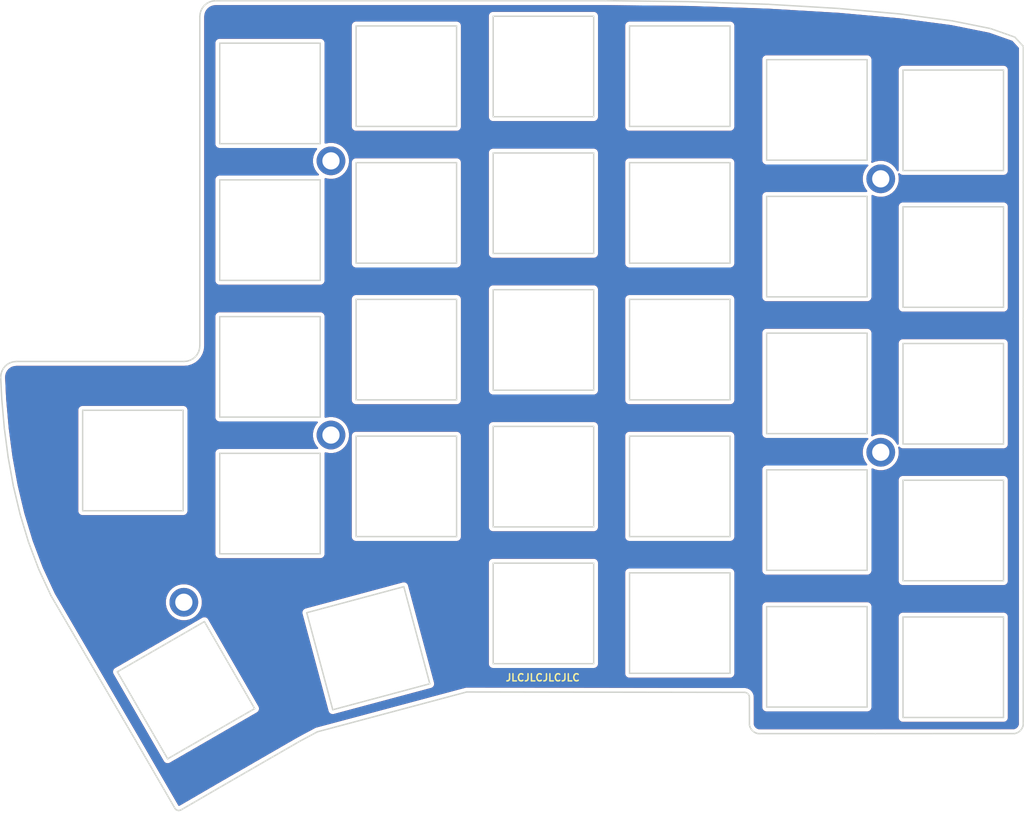
<source format=kicad_pcb>
(kicad_pcb (version 20171130) (host pcbnew "(5.1.5)-3")

  (general
    (thickness 1.6)
    (drawings 224)
    (tracks 0)
    (zones 0)
    (modules 5)
    (nets 1)
  )

  (page A4)
  (layers
    (0 F.Cu signal)
    (31 B.Cu signal)
    (32 B.Adhes user)
    (33 F.Adhes user)
    (34 B.Paste user)
    (35 F.Paste user)
    (36 B.SilkS user)
    (37 F.SilkS user)
    (38 B.Mask user)
    (39 F.Mask user)
    (40 Dwgs.User user)
    (41 Cmts.User user)
    (42 Eco1.User user)
    (43 Eco2.User user)
    (44 Edge.Cuts user)
    (45 Margin user)
    (46 B.CrtYd user)
    (47 F.CrtYd user)
    (48 B.Fab user)
    (49 F.Fab user)
  )

  (setup
    (last_trace_width 0.25)
    (user_trace_width 0.25)
    (user_trace_width 0.5)
    (trace_clearance 0.2)
    (zone_clearance 0.508)
    (zone_45_only no)
    (trace_min 0.2)
    (via_size 0.4)
    (via_drill 0.3)
    (via_min_size 0.3)
    (via_min_drill 0.3)
    (uvia_size 0.3)
    (uvia_drill 0.1)
    (uvias_allowed no)
    (uvia_min_size 0.2)
    (uvia_min_drill 0.1)
    (edge_width 0.15)
    (segment_width 0.2)
    (pcb_text_width 0.3)
    (pcb_text_size 1.5 1.5)
    (mod_edge_width 0.15)
    (mod_text_size 1 1)
    (mod_text_width 0.15)
    (pad_size 4 4)
    (pad_drill 2.4)
    (pad_to_mask_clearance 0.2)
    (aux_axis_origin 0 0)
    (visible_elements 7FFFFFFF)
    (pcbplotparams
      (layerselection 0x010f0_ffffffff)
      (usegerberextensions true)
      (usegerberattributes false)
      (usegerberadvancedattributes false)
      (creategerberjobfile false)
      (excludeedgelayer false)
      (linewidth 0.100000)
      (plotframeref true)
      (viasonmask false)
      (mode 1)
      (useauxorigin false)
      (hpglpennumber 1)
      (hpglpenspeed 20)
      (hpglpendiameter 15.000000)
      (psnegative false)
      (psa4output false)
      (plotreference true)
      (plotvalue true)
      (plotinvisibletext false)
      (padsonsilk false)
      (subtractmaskfromsilk false)
      (outputformat 1)
      (mirror false)
      (drillshape 0)
      (scaleselection 1)
      (outputdirectory "gerber_TOP/"))
  )

  (net 0 "")

  (net_class Default "これは標準のネット クラスです。"
    (clearance 0.2)
    (trace_width 0.25)
    (via_dia 0.4)
    (via_drill 0.3)
    (uvia_dia 0.3)
    (uvia_drill 0.1)
  )

  (net_class GND ""
    (clearance 0.2)
    (trace_width 0.5)
    (via_dia 0.4)
    (via_drill 0.3)
    (uvia_dia 0.3)
    (uvia_drill 0.1)
  )

  (net_class VCC ""
    (clearance 0.2)
    (trace_width 0.5)
    (via_dia 0.4)
    (via_drill 0.3)
    (uvia_dia 0.3)
    (uvia_drill 0.1)
  )

  (module Lily58_Pro-footprint:M2_HOLE_PCB (layer F.Cu) (tedit 5EC10922) (tstamp 5EB324C5)
    (at 129 59.4)
    (path /5B74DA95)
    (fp_text reference TH3 (at 0 -2.54) (layer F.SilkS) hide
      (effects (font (size 0.29972 0.29972) (thickness 0.0762)))
    )
    (fp_text value HOLE (at 0 2.54) (layer F.SilkS) hide
      (effects (font (size 0.29972 0.29972) (thickness 0.0762)))
    )
    (pad "" thru_hole circle (at 0 0) (size 4 4) (drill 2.4) (layers *.Cu *.Mask))
  )

  (module Lily58_Pro-footprint:M2_HOLE_PCB (layer F.Cu) (tedit 5EC10919) (tstamp 5EB324C9)
    (at 205.6 61.9)
    (path /5B74D1C0)
    (fp_text reference TH4 (at 0 -2.54) (layer F.SilkS) hide
      (effects (font (size 0.29972 0.29972) (thickness 0.0762)))
    )
    (fp_text value HOLE (at 0 2.54) (layer F.SilkS) hide
      (effects (font (size 0.29972 0.29972) (thickness 0.0762)))
    )
    (pad "" thru_hole circle (at 0 0) (size 4 4) (drill 2.4) (layers *.Cu *.Mask))
  )

  (module Lily58_Pro-footprint:M2_HOLE_PCB (layer F.Cu) (tedit 5EC10909) (tstamp 5EB324CD)
    (at 129 97.6)
    (path /5B74D78B)
    (fp_text reference TH5 (at 0 -2.54) (layer F.SilkS) hide
      (effects (font (size 0.29972 0.29972) (thickness 0.0762)))
    )
    (fp_text value HOLE (at 0 2.54) (layer F.SilkS) hide
      (effects (font (size 0.29972 0.29972) (thickness 0.0762)))
    )
    (pad "" thru_hole circle (at 0 0) (size 4 4) (drill 2.4) (layers *.Cu *.Mask))
  )

  (module Lily58_Pro-footprint:M2_HOLE_PCB (layer F.Cu) (tedit 5EC10911) (tstamp 5EB324D1)
    (at 205.6 100)
    (path /5B74D88C)
    (fp_text reference TH6 (at 0 -2.54) (layer F.SilkS) hide
      (effects (font (size 0.29972 0.29972) (thickness 0.0762)))
    )
    (fp_text value HOLE (at 0 2.54) (layer F.SilkS) hide
      (effects (font (size 0.29972 0.29972) (thickness 0.0762)))
    )
    (pad "" thru_hole circle (at 0 0) (size 4 4) (drill 2.4) (layers *.Cu *.Mask))
  )

  (module Lily58_Pro-footprint:M2_HOLE_PCB (layer F.Cu) (tedit 5EC108FB) (tstamp 5EB324D5)
    (at 108.5 120.9 90)
    (path /5B74D98F)
    (fp_text reference TH7 (at 0 -2.54 90) (layer F.SilkS) hide
      (effects (font (size 0.29972 0.29972) (thickness 0.0762)))
    )
    (fp_text value HOLE (at 0 2.54 90) (layer F.SilkS) hide
      (effects (font (size 0.29972 0.29972) (thickness 0.0762)))
    )
    (pad "" thru_hole circle (at 0 0 90) (size 4 4) (drill 2.4) (layers *.Cu *.Mask))
  )

  (gr_line (start 225.444553 138.027496) (end 225.357217 138.309152) (layer Edge.Cuts) (width 0.2) (tstamp 5EC16058))
  (gr_line (start 225.219001 138.563961) (end 225.035913 138.785913) (layer Edge.Cuts) (width 0.2) (tstamp 5EC16057))
  (gr_line (start 224.559152 139.107218) (end 224.277496 139.194553) (layer Edge.Cuts) (width 0.2) (tstamp 5EC16056))
  (gr_line (start 225.45 137.75) (end 225.444553 138.027496) (layer Edge.Cuts) (width 0.2) (tstamp 5EC16055))
  (gr_line (start 225.035913 138.785913) (end 224.81396 138.969002) (layer Edge.Cuts) (width 0.2) (tstamp 5EC16054))
  (gr_line (start 224.81396 138.969002) (end 224.559152 139.107218) (layer Edge.Cuts) (width 0.2) (tstamp 5EC16053))
  (gr_line (start 225.357217 138.309152) (end 225.219001 138.563961) (layer Edge.Cuts) (width 0.2) (tstamp 5EC16052))
  (gr_line (start 204.85 139.2) (end 224.277496 139.194553) (layer Edge.Cuts) (width 0.2) (tstamp 5EC16051))
  (gr_line (start 225.459999 119.289735) (end 225.45 137.75) (layer Edge.Cuts) (width 0.2) (tstamp 5EC16050))
  (gr_line (start 208.7 122.95) (end 222.7 122.95) (layer Edge.Cuts) (width 0.2) (tstamp 5EC15FD6))
  (gr_line (start 222.7 122.95) (end 222.7 136.95) (layer Edge.Cuts) (width 0.2) (tstamp 5EC15FD5))
  (gr_line (start 222.7 136.95) (end 208.7 136.95) (layer Edge.Cuts) (width 0.2) (tstamp 5EC15FD4))
  (gr_line (start 208.7 136.95) (end 208.7 122.95) (layer Edge.Cuts) (width 0.2) (tstamp 5EC15FD3))
  (gr_text JLCJLCJLCJLC (at 158.5 131.4) (layer F.SilkS)
    (effects (font (size 1 1) (thickness 0.2)))
  )
  (gr_line (start 106.24175 142.715431) (end 99.241752 130.591074) (layer Edge.Cuts) (width 0.2) (tstamp 5EC118F6))
  (gr_line (start 118.366106 135.715431) (end 106.24175 142.715431) (layer Edge.Cuts) (width 0.2) (tstamp 5EC118F3))
  (gr_line (start 111.366105 123.591077) (end 118.366106 135.715431) (layer Edge.Cuts) (width 0.2) (tstamp 5EC118F2))
  (gr_line (start 99.241752 130.591074) (end 111.366105 123.591077) (layer Edge.Cuts) (width 0.2) (tstamp 5EC118F1))
  (gr_line (start 129.249637 135.874873) (end 125.626172 122.351912) (layer Edge.Cuts) (width 0.2) (tstamp 5EC11841))
  (gr_line (start 142.772599 132.251408) (end 129.249637 135.874873) (layer Edge.Cuts) (width 0.2) (tstamp 5EC1183E))
  (gr_line (start 139.149132 118.728447) (end 142.772599 132.251408) (layer Edge.Cuts) (width 0.2) (tstamp 5EC1183D))
  (gr_line (start 125.626172 122.351912) (end 139.149132 118.728447) (layer Edge.Cuts) (width 0.2) (tstamp 5EC1183C))
  (gr_line (start 208.7 117.9) (end 208.7 103.9) (layer Edge.Cuts) (width 0.2) (tstamp 5EC116BA))
  (gr_line (start 222.7 117.9) (end 208.7 117.9) (layer Edge.Cuts) (width 0.2) (tstamp 5EC116B7))
  (gr_line (start 222.7 103.9) (end 222.7 117.9) (layer Edge.Cuts) (width 0.2) (tstamp 5EC116B6))
  (gr_line (start 208.7 103.9) (end 222.7 103.9) (layer Edge.Cuts) (width 0.2) (tstamp 5EC116B5))
  (gr_line (start 208.7 98.85) (end 208.7 84.85) (layer Edge.Cuts) (width 0.2) (tstamp 5EC116BA))
  (gr_line (start 222.7 98.85) (end 208.7 98.85) (layer Edge.Cuts) (width 0.2) (tstamp 5EC116B7))
  (gr_line (start 222.7 84.85) (end 222.7 98.85) (layer Edge.Cuts) (width 0.2) (tstamp 5EC116B6))
  (gr_line (start 208.7 84.85) (end 222.7 84.85) (layer Edge.Cuts) (width 0.2) (tstamp 5EC116B5))
  (gr_line (start 208.7 79.8) (end 208.7 65.8) (layer Edge.Cuts) (width 0.2) (tstamp 5EC116BA))
  (gr_line (start 222.7 79.8) (end 208.7 79.8) (layer Edge.Cuts) (width 0.2) (tstamp 5EC116B7))
  (gr_line (start 222.7 65.8) (end 222.7 79.8) (layer Edge.Cuts) (width 0.2) (tstamp 5EC116B6))
  (gr_line (start 208.7 65.8) (end 222.7 65.8) (layer Edge.Cuts) (width 0.2) (tstamp 5EC116B5))
  (gr_line (start 208.7 60.75) (end 208.7 46.75) (layer Edge.Cuts) (width 0.2) (tstamp 5EC116BA))
  (gr_line (start 222.7 60.75) (end 208.7 60.75) (layer Edge.Cuts) (width 0.2) (tstamp 5EC116B7))
  (gr_line (start 222.7 46.75) (end 222.7 60.75) (layer Edge.Cuts) (width 0.2) (tstamp 5EC116B6))
  (gr_line (start 208.7 46.75) (end 222.7 46.75) (layer Edge.Cuts) (width 0.2) (tstamp 5EC116B5))
  (gr_line (start 189.7 135.5) (end 189.7 121.5) (layer Edge.Cuts) (width 0.2) (tstamp 5EC116BA))
  (gr_line (start 203.7 135.5) (end 189.7 135.5) (layer Edge.Cuts) (width 0.2) (tstamp 5EC116B7))
  (gr_line (start 203.7 121.5) (end 203.7 135.5) (layer Edge.Cuts) (width 0.2) (tstamp 5EC116B6))
  (gr_line (start 189.7 121.5) (end 203.7 121.5) (layer Edge.Cuts) (width 0.2) (tstamp 5EC116B5))
  (gr_line (start 189.7 116.45) (end 189.7 102.45) (layer Edge.Cuts) (width 0.2) (tstamp 5EC116BA))
  (gr_line (start 203.7 116.45) (end 189.7 116.45) (layer Edge.Cuts) (width 0.2) (tstamp 5EC116B7))
  (gr_line (start 203.7 102.45) (end 203.7 116.45) (layer Edge.Cuts) (width 0.2) (tstamp 5EC116B6))
  (gr_line (start 189.7 102.45) (end 203.7 102.45) (layer Edge.Cuts) (width 0.2) (tstamp 5EC116B5))
  (gr_line (start 189.7 97.4) (end 189.7 83.4) (layer Edge.Cuts) (width 0.2) (tstamp 5EC116BA))
  (gr_line (start 203.7 97.4) (end 189.7 97.4) (layer Edge.Cuts) (width 0.2) (tstamp 5EC116B7))
  (gr_line (start 203.7 83.4) (end 203.7 97.4) (layer Edge.Cuts) (width 0.2) (tstamp 5EC116B6))
  (gr_line (start 189.7 83.4) (end 203.7 83.4) (layer Edge.Cuts) (width 0.2) (tstamp 5EC116B5))
  (gr_line (start 189.7 78.35) (end 189.7 64.35) (layer Edge.Cuts) (width 0.2) (tstamp 5EC116BA))
  (gr_line (start 203.7 78.35) (end 189.7 78.35) (layer Edge.Cuts) (width 0.2) (tstamp 5EC116B7))
  (gr_line (start 203.7 64.35) (end 203.7 78.35) (layer Edge.Cuts) (width 0.2) (tstamp 5EC116B6))
  (gr_line (start 189.7 64.35) (end 203.7 64.35) (layer Edge.Cuts) (width 0.2) (tstamp 5EC116B5))
  (gr_line (start 189.7 59.3) (end 189.7 45.3) (layer Edge.Cuts) (width 0.2) (tstamp 5EC116BA))
  (gr_line (start 203.7 59.3) (end 189.7 59.3) (layer Edge.Cuts) (width 0.2) (tstamp 5EC116B7))
  (gr_line (start 203.7 45.3) (end 203.7 59.3) (layer Edge.Cuts) (width 0.2) (tstamp 5EC116B6))
  (gr_line (start 189.7 45.3) (end 203.7 45.3) (layer Edge.Cuts) (width 0.2) (tstamp 5EC116B5))
  (gr_line (start 170.6 130.8) (end 170.6 116.8) (layer Edge.Cuts) (width 0.2) (tstamp 5EC116BA))
  (gr_line (start 184.6 130.8) (end 170.6 130.8) (layer Edge.Cuts) (width 0.2) (tstamp 5EC116B7))
  (gr_line (start 184.6 116.8) (end 184.6 130.8) (layer Edge.Cuts) (width 0.2) (tstamp 5EC116B6))
  (gr_line (start 170.6 116.8) (end 184.6 116.8) (layer Edge.Cuts) (width 0.2) (tstamp 5EC116B5))
  (gr_line (start 170.6 111.75) (end 170.6 97.75) (layer Edge.Cuts) (width 0.2) (tstamp 5EC116BA))
  (gr_line (start 184.6 111.75) (end 170.6 111.75) (layer Edge.Cuts) (width 0.2) (tstamp 5EC116B7))
  (gr_line (start 184.6 97.75) (end 184.6 111.75) (layer Edge.Cuts) (width 0.2) (tstamp 5EC116B6))
  (gr_line (start 170.6 97.75) (end 184.6 97.75) (layer Edge.Cuts) (width 0.2) (tstamp 5EC116B5))
  (gr_line (start 170.6 92.7) (end 170.6 78.7) (layer Edge.Cuts) (width 0.2) (tstamp 5EC116BA))
  (gr_line (start 184.6 92.7) (end 170.6 92.7) (layer Edge.Cuts) (width 0.2) (tstamp 5EC116B7))
  (gr_line (start 184.6 78.7) (end 184.6 92.7) (layer Edge.Cuts) (width 0.2) (tstamp 5EC116B6))
  (gr_line (start 170.6 78.7) (end 184.6 78.7) (layer Edge.Cuts) (width 0.2) (tstamp 5EC116B5))
  (gr_line (start 170.6 73.65) (end 170.6 59.65) (layer Edge.Cuts) (width 0.2) (tstamp 5EC116BA))
  (gr_line (start 184.6 73.65) (end 170.6 73.65) (layer Edge.Cuts) (width 0.2) (tstamp 5EC116B7))
  (gr_line (start 184.6 59.65) (end 184.6 73.65) (layer Edge.Cuts) (width 0.2) (tstamp 5EC116B6))
  (gr_line (start 170.6 59.65) (end 184.6 59.65) (layer Edge.Cuts) (width 0.2) (tstamp 5EC116B5))
  (gr_line (start 170.6 54.6) (end 170.6 40.6) (layer Edge.Cuts) (width 0.2) (tstamp 5EC116BA))
  (gr_line (start 184.6 54.6) (end 170.6 54.6) (layer Edge.Cuts) (width 0.2) (tstamp 5EC116B7))
  (gr_line (start 184.6 40.6) (end 184.6 54.6) (layer Edge.Cuts) (width 0.2) (tstamp 5EC116B6))
  (gr_line (start 170.6 40.6) (end 184.6 40.6) (layer Edge.Cuts) (width 0.2) (tstamp 5EC116B5))
  (gr_line (start 94.4 108.15) (end 94.4 94.15) (layer Edge.Cuts) (width 0.2) (tstamp 5EC116BA))
  (gr_line (start 108.4 108.15) (end 94.4 108.15) (layer Edge.Cuts) (width 0.2) (tstamp 5EC116B7))
  (gr_line (start 108.4 94.15) (end 108.4 108.15) (layer Edge.Cuts) (width 0.2) (tstamp 5EC116B6))
  (gr_line (start 94.4 94.15) (end 108.4 94.15) (layer Edge.Cuts) (width 0.2) (tstamp 5EC116B5))
  (gr_line (start 113.5 114.15) (end 113.5 100.15) (layer Edge.Cuts) (width 0.2) (tstamp 5EC116BA))
  (gr_line (start 127.5 114.15) (end 113.5 114.15) (layer Edge.Cuts) (width 0.2) (tstamp 5EC116B7))
  (gr_line (start 127.5 100.15) (end 127.5 114.15) (layer Edge.Cuts) (width 0.2) (tstamp 5EC116B6))
  (gr_line (start 113.5 100.15) (end 127.5 100.15) (layer Edge.Cuts) (width 0.2) (tstamp 5EC116B5))
  (gr_line (start 113.5 95.1) (end 113.5 81.1) (layer Edge.Cuts) (width 0.2) (tstamp 5EC116BA))
  (gr_line (start 127.5 95.1) (end 113.5 95.1) (layer Edge.Cuts) (width 0.2) (tstamp 5EC116B7))
  (gr_line (start 127.5 81.1) (end 127.5 95.1) (layer Edge.Cuts) (width 0.2) (tstamp 5EC116B6))
  (gr_line (start 113.5 81.1) (end 127.5 81.1) (layer Edge.Cuts) (width 0.2) (tstamp 5EC116B5))
  (gr_line (start 113.5 76.05) (end 113.5 62.05) (layer Edge.Cuts) (width 0.2) (tstamp 5EC116BA))
  (gr_line (start 127.5 76.05) (end 113.5 76.05) (layer Edge.Cuts) (width 0.2) (tstamp 5EC116B7))
  (gr_line (start 127.5 62.05) (end 127.5 76.05) (layer Edge.Cuts) (width 0.2) (tstamp 5EC116B6))
  (gr_line (start 113.5 62.05) (end 127.5 62.05) (layer Edge.Cuts) (width 0.2) (tstamp 5EC116B5))
  (gr_line (start 132.5 111.75) (end 132.5 97.75) (layer Edge.Cuts) (width 0.2) (tstamp 5EC116BA))
  (gr_line (start 146.5 111.75) (end 132.5 111.75) (layer Edge.Cuts) (width 0.2) (tstamp 5EC116B7))
  (gr_line (start 146.5 97.75) (end 146.5 111.75) (layer Edge.Cuts) (width 0.2) (tstamp 5EC116B6))
  (gr_line (start 132.5 97.75) (end 146.5 97.75) (layer Edge.Cuts) (width 0.2) (tstamp 5EC116B5))
  (gr_line (start 132.5 92.7) (end 132.5 78.7) (layer Edge.Cuts) (width 0.2) (tstamp 5EC116BA))
  (gr_line (start 146.5 92.7) (end 132.5 92.7) (layer Edge.Cuts) (width 0.2) (tstamp 5EC116B7))
  (gr_line (start 146.5 78.7) (end 146.5 92.7) (layer Edge.Cuts) (width 0.2) (tstamp 5EC116B6))
  (gr_line (start 132.5 78.7) (end 146.5 78.7) (layer Edge.Cuts) (width 0.2) (tstamp 5EC116B5))
  (gr_line (start 132.5 73.65) (end 132.5 59.65) (layer Edge.Cuts) (width 0.2) (tstamp 5EC116BA))
  (gr_line (start 146.5 73.65) (end 132.5 73.65) (layer Edge.Cuts) (width 0.2) (tstamp 5EC116B7))
  (gr_line (start 146.5 59.65) (end 146.5 73.65) (layer Edge.Cuts) (width 0.2) (tstamp 5EC116B6))
  (gr_line (start 132.5 59.65) (end 146.5 59.65) (layer Edge.Cuts) (width 0.2) (tstamp 5EC116B5))
  (gr_line (start 151.6 129.45) (end 151.6 115.45) (layer Edge.Cuts) (width 0.2) (tstamp 5EC116BA))
  (gr_line (start 165.6 129.45) (end 151.6 129.45) (layer Edge.Cuts) (width 0.2) (tstamp 5EC116B7))
  (gr_line (start 165.6 115.45) (end 165.6 129.45) (layer Edge.Cuts) (width 0.2) (tstamp 5EC116B6))
  (gr_line (start 151.6 115.45) (end 165.6 115.45) (layer Edge.Cuts) (width 0.2) (tstamp 5EC116B5))
  (gr_line (start 151.6 110.4) (end 151.6 96.4) (layer Edge.Cuts) (width 0.2) (tstamp 5EC116BA))
  (gr_line (start 165.6 110.4) (end 151.6 110.4) (layer Edge.Cuts) (width 0.2) (tstamp 5EC116B7))
  (gr_line (start 165.6 96.4) (end 165.6 110.4) (layer Edge.Cuts) (width 0.2) (tstamp 5EC116B6))
  (gr_line (start 151.6 96.4) (end 165.6 96.4) (layer Edge.Cuts) (width 0.2) (tstamp 5EC116B5))
  (gr_line (start 151.6 91.35) (end 151.6 77.35) (layer Edge.Cuts) (width 0.2) (tstamp 5EC116BA))
  (gr_line (start 165.6 91.35) (end 151.6 91.35) (layer Edge.Cuts) (width 0.2) (tstamp 5EC116B7))
  (gr_line (start 165.6 77.35) (end 165.6 91.35) (layer Edge.Cuts) (width 0.2) (tstamp 5EC116B6))
  (gr_line (start 151.6 77.35) (end 165.6 77.35) (layer Edge.Cuts) (width 0.2) (tstamp 5EC116B5))
  (gr_line (start 151.6 72.3) (end 151.6 58.3) (layer Edge.Cuts) (width 0.2) (tstamp 5EC116BA))
  (gr_line (start 165.6 72.3) (end 151.6 72.3) (layer Edge.Cuts) (width 0.2) (tstamp 5EC116B7))
  (gr_line (start 165.6 58.3) (end 165.6 72.3) (layer Edge.Cuts) (width 0.2) (tstamp 5EC116B6))
  (gr_line (start 151.6 58.3) (end 165.6 58.3) (layer Edge.Cuts) (width 0.2) (tstamp 5EC116B5))
  (gr_line (start 151.6 53.25) (end 151.6 39.25) (layer Edge.Cuts) (width 0.2) (tstamp 5EC116BA))
  (gr_line (start 165.6 53.25) (end 151.6 53.25) (layer Edge.Cuts) (width 0.2) (tstamp 5EC116B7))
  (gr_line (start 165.6 39.25) (end 165.6 53.25) (layer Edge.Cuts) (width 0.2) (tstamp 5EC116B6))
  (gr_line (start 151.6 39.25) (end 165.6 39.25) (layer Edge.Cuts) (width 0.2) (tstamp 5EC116B5))
  (gr_line (start 132.5 54.6) (end 132.5 40.6) (layer Edge.Cuts) (width 0.2) (tstamp 5EC116BA))
  (gr_line (start 146.5 54.6) (end 132.5 54.6) (layer Edge.Cuts) (width 0.2) (tstamp 5EC116B7))
  (gr_line (start 146.5 40.6) (end 146.5 54.6) (layer Edge.Cuts) (width 0.2) (tstamp 5EC116B6))
  (gr_line (start 132.5 40.6) (end 146.5 40.6) (layer Edge.Cuts) (width 0.2) (tstamp 5EC116B5))
  (gr_line (start 113.5 57) (end 113.5 43) (layer Edge.Cuts) (width 0.2) (tstamp 5EC116BA))
  (gr_line (start 127.5 57) (end 113.5 57) (layer Edge.Cuts) (width 0.2) (tstamp 5EC116B7))
  (gr_line (start 127.5 43) (end 127.5 57) (layer Edge.Cuts) (width 0.2) (tstamp 5EC116B6))
  (gr_line (start 113.5 43) (end 127.5 43) (layer Edge.Cuts) (width 0.2) (tstamp 5EC116B5))
  (gr_line (start 111.10579 38.059525) (end 110.903109 38.433244) (layer Edge.Cuts) (width 0.2) (tstamp 5EC0E07F))
  (gr_line (start 83.948756 87.719784) (end 83.624327 87.986874) (layer Edge.Cuts) (width 0.2) (tstamp 5EC0E07E))
  (gr_line (start 83.624327 87.986874) (end 83.357586 88.311735) (layer Edge.Cuts) (width 0.2) (tstamp 5EC0E07C))
  (gr_line (start 109.761041 86.97242) (end 110.086513 86.703891) (layer Edge.Cuts) (width 0.2) (tstamp 5EC0E07B))
  (gr_line (start 109.387388 87.175137) (end 109.761041 86.97242) (layer Edge.Cuts) (width 0.2) (tstamp 5EC0E07A))
  (gr_line (start 110.086513 86.703891) (end 110.354995 86.378361) (layer Edge.Cuts) (width 0.2) (tstamp 5EC0E079))
  (gr_line (start 85.185665 87.347787) (end 108.530757 87.347983) (layer Edge.Cuts) (width 0.2) (tstamp 5EC0E078))
  (gr_line (start 110.557675 86.004642) (end 110.685745 85.591546) (layer Edge.Cuts) (width 0.2) (tstamp 5EC0E077))
  (gr_line (start 83.357586 88.311735) (end 83.156811 88.686086) (layer Edge.Cuts) (width 0.2) (tstamp 5EC0E076))
  (gr_line (start 110.685745 85.591546) (end 110.730392 85.147885) (layer Edge.Cuts) (width 0.2) (tstamp 5EC0E075))
  (gr_line (start 112.073396 37.262748) (end 111.699744 37.465465) (layer Edge.Cuts) (width 0.2) (tstamp 5EC0E074))
  (gr_line (start 110.903109 38.433244) (end 110.77504 38.846339) (layer Edge.Cuts) (width 0.2) (tstamp 5EC0E073))
  (gr_line (start 110.77504 38.846339) (end 110.730392 39.29) (layer Edge.Cuts) (width 0.2) (tstamp 5EC0E072))
  (gr_line (start 84.322599 87.51875) (end 83.948756 87.719784) (layer Edge.Cuts) (width 0.2) (tstamp 5EC0E071))
  (gr_line (start 112.486419 37.134656) (end 112.073396 37.262748) (layer Edge.Cuts) (width 0.2) (tstamp 5EC0E070))
  (gr_line (start 83.156811 88.686086) (end 83.030277 89.101641) (layer Edge.Cuts) (width 0.2) (tstamp 5EC0E06F))
  (gr_line (start 110.354995 86.378361) (end 110.557675 86.004642) (layer Edge.Cuts) (width 0.2) (tstamp 5EC0E06E))
  (gr_line (start 110.730392 85.147885) (end 110.730392 39.29) (layer Edge.Cuts) (width 0.2) (tstamp 5EC0E06D))
  (gr_line (start 83.030277 89.101641) (end 82.98626 89.550119) (layer Edge.Cuts) (width 0.2) (tstamp 5EC0E06C))
  (gr_line (start 84.737579 87.392055) (end 84.322599 87.51875) (layer Edge.Cuts) (width 0.2) (tstamp 5EC0E06B))
  (gr_line (start 111.699744 37.465465) (end 111.374272 37.733994) (layer Edge.Cuts) (width 0.2) (tstamp 5EC0E06A))
  (gr_line (start 111.374272 37.733994) (end 111.10579 38.059525) (layer Edge.Cuts) (width 0.2) (tstamp 5EC0E069))
  (gr_line (start 108.530784 87.347885) (end 108.974366 87.303229) (layer Edge.Cuts) (width 0.2) (tstamp 5EC0E068))
  (gr_line (start 85.185421 87.347983) (end 84.737579 87.392055) (layer Edge.Cuts) (width 0.2) (tstamp 5EC0E067))
  (gr_line (start 108.974366 87.303229) (end 109.387388 87.175137) (layer Edge.Cuts) (width 0.2) (tstamp 5EC0E066))
  (gr_line (start 112.93 37.09) (end 112.486419 37.134656) (layer Edge.Cuts) (width 0.2) (tstamp 5EC0E065))
  (gr_line (start 187.714087 138.785913) (end 187.530998 138.56396) (layer Edge.Cuts) (width 0.2) (tstamp 5EC17280))
  (gr_line (start 188.472504 139.194553) (end 188.190848 139.107217) (layer Edge.Cuts) (width 0.2) (tstamp 5EC1727F))
  (gr_line (start 187.530998 138.56396) (end 187.392782 138.309152) (layer Edge.Cuts) (width 0.2) (tstamp 5EC1727E))
  (gr_line (start 188.190848 139.107217) (end 187.936039 138.969001) (layer Edge.Cuts) (width 0.2) (tstamp 5EC1727D))
  (gr_line (start 187.392782 138.309152) (end 187.305447 138.027496) (layer Edge.Cuts) (width 0.2) (tstamp 5EC1727C))
  (gr_line (start 188.75 139.2) (end 188.472504 139.194553) (layer Edge.Cuts) (width 0.2) (tstamp 5EC1727B))
  (gr_line (start 187.936039 138.969001) (end 187.714087 138.785913) (layer Edge.Cuts) (width 0.2) (tstamp 5EC1727A))
  (gr_arc (start 186.6 134.15) (end 187.3 134.15) (angle -85.2) (layer Edge.Cuts) (width 0.2))
  (gr_line (start 124.667888 140.255128) (end 127.1 138.95) (layer Edge.Cuts) (width 0.2) (tstamp 5EC171C9))
  (gr_line (start 120.963416 142.391346) (end 124.667888 140.255128) (layer Edge.Cuts) (width 0.2) (tstamp 5EC171C7))
  (gr_line (start 117.258944 144.527564) (end 120.963416 142.391346) (layer Edge.Cuts) (width 0.2) (tstamp 5EC171C4))
  (gr_line (start 113.554472 146.663782) (end 117.258944 144.527564) (layer Edge.Cuts) (width 0.2) (tstamp 5EC171C2))
  (gr_line (start 127.1 138.95) (end 147.9 133.4) (layer Edge.Cuts) (width 0.2) (tstamp 5EC0A14E))
  (gr_line (start 187.3 134.15) (end 187.305447 138.027496) (layer Edge.Cuts) (width 0.2) (tstamp 5EBFE3CE))
  (gr_line (start 147.9 133.4) (end 186.658574 133.452455) (layer Edge.Cuts) (width 0.2) (tstamp 5EBFCB54))
  (gr_line (start 109.882452 148.801617) (end 113.554472 146.663782) (layer Edge.Cuts) (width 0.2) (tstamp 5EBFB4AB))
  (gr_line (start 188.75 139.2) (end 204.85 139.2) (layer Edge.Cuts) (width 0.2) (tstamp 5EBFB1B0))
  (gr_line (start 115.211711 37.086762) (end 112.93 37.09) (layer Edge.Cuts) (width 0.2))
  (gr_line (start 199.807654 38.170488) (end 189.919538 37.585374) (layer Edge.Cuts) (width 0.2))
  (gr_line (start 208.420758 38.945561) (end 199.807654 38.170488) (layer Edge.Cuts) (width 0.2))
  (gr_line (start 215.525697 39.885159) (end 208.420758 38.945561) (layer Edge.Cuts) (width 0.2))
  (gr_line (start 220.889319 40.963847) (end 215.525697 39.885159) (layer Edge.Cuts) (width 0.2))
  (gr_line (start 178.989563 37.215654) (end 167.250881 37.086762) (layer Edge.Cuts) (width 0.2))
  (gr_line (start 189.919538 37.585374) (end 178.989563 37.215654) (layer Edge.Cuts) (width 0.2))
  (gr_line (start 225.46 52.918378) (end 225.46 62.4) (layer Edge.Cuts) (width 0.2))
  (gr_line (start 225.46 43.436755) (end 225.46 52.918378) (layer Edge.Cuts) (width 0.2))
  (gr_line (start 125.619545 37.086762) (end 115.211711 37.086762) (layer Edge.Cuts) (width 0.2))
  (gr_line (start 136.027379 37.086762) (end 125.619545 37.086762) (layer Edge.Cuts) (width 0.2))
  (gr_line (start 146.435213 37.086762) (end 136.027379 37.086762) (layer Edge.Cuts) (width 0.2))
  (gr_line (start 156.843047 37.086762) (end 146.435213 37.086762) (layer Edge.Cuts) (width 0.2))
  (gr_line (start 167.250881 37.086762) (end 156.843047 37.086762) (layer Edge.Cuts) (width 0.2))
  (gr_line (start 88.291758 116.318073) (end 89.993333 119.98954) (layer Edge.Cuts) (width 0.2))
  (gr_line (start 86.863105 112.53067) (end 88.291758 116.318073) (layer Edge.Cuts) (width 0.2))
  (gr_line (start 85.688004 108.649127) (end 86.863105 112.53067) (layer Edge.Cuts) (width 0.2))
  (gr_line (start 84.747083 104.695246) (end 85.688004 108.649127) (layer Edge.Cuts) (width 0.2))
  (gr_line (start 84.020972 100.690825) (end 84.747083 104.695246) (layer Edge.Cuts) (width 0.2))
  (gr_line (start 83.490297 96.657663) (end 84.020972 100.690825) (layer Edge.Cuts) (width 0.2))
  (gr_line (start 83.13569 92.617561) (end 83.490297 96.657663) (layer Edge.Cuts) (width 0.2))
  (gr_line (start 82.98626 89.550119) (end 83.13569 92.617561) (layer Edge.Cuts) (width 0.2))
  (gr_line (start 108.038864 149.857278) (end 108.206758 149.771756) (layer Edge.Cuts) (width 0.2) (tstamp 5EBFCE00))
  (gr_line (start 107.880206 149.904468) (end 108.038864 149.857278) (layer Edge.Cuts) (width 0.2) (tstamp 5EBFCE06))
  (gr_line (start 107.731252 149.913974) (end 107.880206 149.904468) (layer Edge.Cuts) (width 0.2) (tstamp 5EBFCE03))
  (gr_line (start 107.59247 149.886445) (end 107.731252 149.913974) (layer Edge.Cuts) (width 0.2) (tstamp 5EBFCDFA))
  (gr_line (start 107.464328 149.822532) (end 107.59247 149.886445) (layer Edge.Cuts) (width 0.2) (tstamp 5EBFCDFD))
  (gr_line (start 107.347295 149.722884) (end 107.464328 149.822532) (layer Edge.Cuts) (width 0.2) (tstamp 5EBFCDF7))
  (gr_line (start 107.241837 149.58815) (end 107.347295 149.722884) (layer Edge.Cuts) (width 0.2) (tstamp 5EBFCDF4))
  (gr_line (start 107.148425 149.418979) (end 107.241837 149.58815) (layer Edge.Cuts) (width 0.2) (tstamp 5EBFCDF1))
  (gr_line (start 108.206758 149.771756) (end 109.882452 148.801617) (layer Edge.Cuts) (width 0.2))
  (gr_line (start 101.72273 140.052659) (end 107.148425 149.418979) (layer Edge.Cuts) (width 0.2))
  (gr_line (start 100.047036 137.18634) (end 101.72273 140.052659) (layer Edge.Cuts) (width 0.2))
  (gr_line (start 98.371341 134.32002) (end 100.047036 137.18634) (layer Edge.Cuts) (width 0.2))
  (gr_line (start 96.695647 131.453701) (end 98.371341 134.32002) (layer Edge.Cuts) (width 0.2))
  (gr_line (start 95.019952 128.587381) (end 96.695647 131.453701) (layer Edge.Cuts) (width 0.2))
  (gr_line (start 93.344258 125.721062) (end 95.019952 128.587381) (layer Edge.Cuts) (width 0.2))
  (gr_line (start 91.668563 122.854742) (end 93.344258 125.721062) (layer Edge.Cuts) (width 0.2))
  (gr_line (start 89.992869 119.988423) (end 91.668563 122.854742) (layer Edge.Cuts) (width 0.2))
  (gr_line (start 224.278471 42.15619) (end 220.889319 40.963847) (layer Edge.Cuts) (width 0.2))
  (gr_line (start 225.46 43.436755) (end 224.278471 42.15619) (layer Edge.Cuts) (width 0.2))
  (gr_line (start 225.46 109.808112) (end 225.459999 119.289735) (layer Edge.Cuts) (width 0.2))
  (gr_line (start 225.46 100.32649) (end 225.46 109.808112) (layer Edge.Cuts) (width 0.2))
  (gr_line (start 225.46 90.844867) (end 225.46 100.32649) (layer Edge.Cuts) (width 0.2))
  (gr_line (start 225.46 81.363245) (end 225.46 90.844867) (layer Edge.Cuts) (width 0.2))
  (gr_line (start 225.46 71.881623) (end 225.46 81.363245) (layer Edge.Cuts) (width 0.2))
  (gr_line (start 225.46 62.4) (end 225.46 71.881623) (layer Edge.Cuts) (width 0.2))

  (zone (net 0) (net_name "") (layer F.Cu) (tstamp 5EC11B8D) (hatch edge 0.508)
    (connect_pads (clearance 0.508))
    (min_thickness 0.254)
    (fill yes (arc_segments 16) (thermal_gap 0.508) (thermal_bridge_width 0.508))
    (polygon
      (pts
        (xy 82.89 87.24) (xy 108.55 87.32) (xy 110.75 84.57) (xy 110.34 37.01) (xy 225.4 37)
        (xy 225.4 120.5) (xy 225.525 138.2) (xy 224.575 139.3) (xy 206 139.3) (xy 187.2 139.3)
        (xy 187.2 134.1) (xy 186.7 133.55) (xy 147.95 133.5) (xy 127.15 139.05) (xy 107.55 150.25)
        (xy 90 119.6) (xy 83.62 104.75)
      )
    )
    (filled_polygon
      (pts
        (xy 178.973109 37.950518) (xy 189.885418 38.31964) (xy 199.752993 38.903539) (xy 208.339593 39.676226) (xy 215.404929 40.610587)
        (xy 220.693942 41.67427) (xy 223.862183 42.788894) (xy 224.725 43.724033) (xy 224.725001 52.882264) (xy 224.725 52.882274)
        (xy 224.725001 62.363886) (xy 224.725 62.363896) (xy 224.725001 71.845509) (xy 224.725 71.845519) (xy 224.725001 81.327131)
        (xy 224.725 81.327141) (xy 224.725001 90.808753) (xy 224.725 90.808763) (xy 224.725001 100.290376) (xy 224.725 100.290386)
        (xy 224.725001 109.772007) (xy 224.724999 119.290143) (xy 224.715004 137.742605) (xy 224.711735 137.909121) (xy 224.676631 138.022331)
        (xy 224.606805 138.151059) (xy 224.513803 138.263804) (xy 224.401059 138.356806) (xy 224.272333 138.426631) (xy 224.166058 138.459584)
        (xy 204.852917 138.465) (xy 188.757174 138.465) (xy 188.590879 138.461735) (xy 188.477669 138.426631) (xy 188.348941 138.356805)
        (xy 188.236196 138.263803) (xy 188.143194 138.151059) (xy 188.073369 138.022333) (xy 188.04029 137.915651) (xy 188.034948 134.112863)
        (xy 188.03283 134.091662) (xy 188.028782 134.023528) (xy 188.020559 133.971605) (xy 188.015063 133.919321) (xy 188.012929 133.909283)
        (xy 187.983592 133.775854) (xy 187.962992 133.712454) (xy 187.943308 133.648865) (xy 187.939266 133.639432) (xy 187.884572 133.514242)
        (xy 187.852058 133.456066) (xy 187.820386 133.397489) (xy 187.814593 133.389029) (xy 187.81459 133.389024) (xy 187.814587 133.38902)
        (xy 187.736619 133.27684) (xy 187.693446 133.226113) (xy 187.650984 133.174784) (xy 187.643652 133.167603) (xy 187.545379 133.072702)
        (xy 187.493163 133.031316) (xy 187.441545 132.989217) (xy 187.432958 132.983597) (xy 187.318123 132.909591) (xy 187.25881 132.879109)
        (xy 187.200051 132.847866) (xy 187.190537 132.844021) (xy 187.063515 132.79373) (xy 186.999474 132.775367) (xy 186.935708 132.756115)
        (xy 186.925628 132.754192) (xy 186.83263 132.737124) (xy 186.803638 132.728286) (xy 186.695673 132.717505) (xy 147.912904 132.665017)
        (xy 147.852468 132.662975) (xy 147.804885 132.67078) (xy 147.756896 132.675441) (xy 147.699014 132.692914) (xy 126.932801 138.233899)
        (xy 126.884448 138.243599) (xy 126.829616 138.266417) (xy 126.77404 138.287268) (xy 126.732144 138.31326) (xy 124.342259 139.595729)
        (xy 124.331994 139.600373) (xy 124.310417 139.612816) (xy 124.288535 139.624558) (xy 124.279205 139.630814) (xy 120.627532 141.736587)
        (xy 120.627522 141.736591) (xy 116.92306 143.872805) (xy 116.92305 143.872809) (xy 113.217261 146.009788) (xy 113.215868 146.010425)
        (xy 113.185892 146.027877) (xy 113.156025 146.0451) (xy 113.154787 146.045986) (xy 109.513455 148.165956) (xy 107.855572 149.125783)
        (xy 107.832597 149.137486) (xy 107.805654 149.088691) (xy 107.80252 149.081802) (xy 107.788185 149.057056) (xy 107.774399 149.032089)
        (xy 107.77012 149.02587) (xy 102.376092 139.714219) (xy 102.375475 139.712876) (xy 102.357885 139.682788) (xy 102.340629 139.652999)
        (xy 102.339777 139.651814) (xy 100.663337 136.784219) (xy 100.663336 136.784218) (xy 99.024086 133.980237) (xy 97.311948 131.05158)
        (xy 97.311947 131.051579) (xy 97.01449 130.54277) (xy 98.504778 130.54277) (xy 98.509515 130.687475) (xy 98.542391 130.828475)
        (xy 98.587033 130.927) (xy 98.602144 130.960351) (xy 98.623273 130.989837) (xy 105.587174 143.051672) (xy 105.602142 143.084708)
        (xy 105.623267 143.114188) (xy 105.623273 143.114198) (xy 105.686473 143.202394) (xy 105.792145 143.301366) (xy 105.915094 143.377821)
        (xy 105.915096 143.377822) (xy 105.968819 143.398042) (xy 106.050597 143.428821) (xy 106.193445 143.452405) (xy 106.193446 143.452405)
        (xy 106.338151 143.447668) (xy 106.479151 143.414791) (xy 106.577982 143.370012) (xy 106.577987 143.370009) (xy 106.611027 143.355039)
        (xy 106.640512 143.33391) (xy 118.702345 136.370009) (xy 118.735384 136.355039) (xy 118.764867 136.333911) (xy 118.764873 136.333908)
        (xy 118.853069 136.270708) (xy 118.952041 136.165036) (xy 119.028496 136.042087) (xy 119.079496 135.906584) (xy 119.10308 135.763736)
        (xy 119.098343 135.619031) (xy 119.097948 135.617333) (xy 119.065466 135.478029) (xy 119.020687 135.379198) (xy 119.020682 135.37919)
        (xy 119.005714 135.346154) (xy 118.984588 135.316673) (xy 112.020685 123.254844) (xy 112.005713 123.2218) (xy 111.92138 123.104114)
        (xy 111.815709 123.005142) (xy 111.793803 122.99152) (xy 111.692759 122.928686) (xy 111.557257 122.877687) (xy 111.414408 122.854103)
        (xy 111.269703 122.85884) (xy 111.128703 122.891717) (xy 111.029872 122.936496) (xy 111.029867 122.936499) (xy 110.996827 122.951469)
        (xy 110.967344 122.972597) (xy 98.905521 129.936493) (xy 98.872475 129.951466) (xy 98.842986 129.972598) (xy 98.842985 129.972598)
        (xy 98.754789 130.035798) (xy 98.655817 130.14147) (xy 98.579361 130.264419) (xy 98.532217 130.38968) (xy 98.528362 130.399922)
        (xy 98.504778 130.54277) (xy 97.01449 130.54277) (xy 93.960559 125.318941) (xy 93.960558 125.31894) (xy 92.284864 122.452621)
        (xy 91.225456 120.640475) (xy 105.865 120.640475) (xy 105.865 121.159525) (xy 105.966261 121.668601) (xy 106.164893 122.148141)
        (xy 106.453262 122.579715) (xy 106.820285 122.946738) (xy 107.251859 123.235107) (xy 107.731399 123.433739) (xy 108.240475 123.535)
        (xy 108.759525 123.535) (xy 109.268601 123.433739) (xy 109.748141 123.235107) (xy 110.179715 122.946738) (xy 110.546738 122.579715)
        (xy 110.666676 122.400215) (xy 124.889198 122.400215) (xy 124.912782 122.543064) (xy 124.92556 122.577015) (xy 128.530338 136.030235)
        (xy 128.536247 136.066025) (xy 128.549025 136.099974) (xy 128.549026 136.099979) (xy 128.587246 136.201527) (xy 128.6637 136.324477)
        (xy 128.762673 136.430149) (xy 128.880358 136.514481) (xy 129.012235 136.574234) (xy 129.153236 136.60711) (xy 129.29794 136.611847)
        (xy 129.404994 136.594173) (xy 129.404997 136.594172) (xy 129.440789 136.588263) (xy 129.47474 136.575485) (xy 142.927958 132.970708)
        (xy 142.963751 132.964798) (xy 142.997703 132.952019) (xy 142.997705 132.952019) (xy 143.034416 132.938202) (xy 143.099254 132.913799)
        (xy 143.146394 132.884485) (xy 143.222203 132.837345) (xy 143.327875 132.738372) (xy 143.412207 132.620687) (xy 143.47196 132.48881)
        (xy 143.504836 132.347809) (xy 143.509573 132.203105) (xy 143.509573 132.203104) (xy 143.491899 132.096051) (xy 143.491898 132.096048)
        (xy 143.485989 132.060256) (xy 143.473211 132.026305) (xy 139.868432 118.573095) (xy 139.862522 118.537295) (xy 139.811522 118.401793)
        (xy 139.735068 118.278843) (xy 139.636095 118.173171) (xy 139.51841 118.088839) (xy 139.386533 118.029086) (xy 139.245532 117.99621)
        (xy 139.100828 117.991473) (xy 139.100827 117.991473) (xy 138.993774 118.009147) (xy 138.99377 118.009148) (xy 138.95798 118.015057)
        (xy 138.924032 118.027834) (xy 125.47082 121.632612) (xy 125.43502 121.638522) (xy 125.299518 121.689522) (xy 125.176568 121.765976)
        (xy 125.070896 121.864949) (xy 124.986564 121.982634) (xy 124.926811 122.114511) (xy 124.893935 122.255512) (xy 124.889198 122.400215)
        (xy 110.666676 122.400215) (xy 110.835107 122.148141) (xy 111.033739 121.668601) (xy 111.135 121.159525) (xy 111.135 120.640475)
        (xy 111.033739 120.131399) (xy 110.835107 119.651859) (xy 110.546738 119.220285) (xy 110.179715 118.853262) (xy 109.748141 118.564893)
        (xy 109.268601 118.366261) (xy 108.759525 118.265) (xy 108.240475 118.265) (xy 107.731399 118.366261) (xy 107.251859 118.564893)
        (xy 106.820285 118.853262) (xy 106.453262 119.220285) (xy 106.164893 119.651859) (xy 105.966261 120.131399) (xy 105.865 120.640475)
        (xy 91.225456 120.640475) (xy 90.644772 119.6472) (xy 88.969949 116.033455) (xy 88.749863 115.45) (xy 150.861444 115.45)
        (xy 150.865001 115.486115) (xy 150.865 129.413895) (xy 150.861444 129.45) (xy 150.875635 129.594085) (xy 150.917663 129.732633)
        (xy 150.985913 129.86032) (xy 151.077762 129.972238) (xy 151.15521 130.035798) (xy 151.18968 130.064087) (xy 151.317367 130.132337)
        (xy 151.455915 130.174365) (xy 151.6 130.188556) (xy 151.636105 130.185) (xy 165.563895 130.185) (xy 165.6 130.188556)
        (xy 165.636105 130.185) (xy 165.744085 130.174365) (xy 165.882633 130.132337) (xy 166.01032 130.064087) (xy 166.122238 129.972238)
        (xy 166.214087 129.86032) (xy 166.282337 129.732633) (xy 166.324365 129.594085) (xy 166.338556 129.45) (xy 166.335 129.413895)
        (xy 166.335 116.8) (xy 169.861444 116.8) (xy 169.865001 116.836115) (xy 169.865 130.763895) (xy 169.861444 130.8)
        (xy 169.875635 130.944085) (xy 169.917663 131.082633) (xy 169.985913 131.21032) (xy 170.077762 131.322238) (xy 170.18397 131.409401)
        (xy 170.18968 131.414087) (xy 170.317367 131.482337) (xy 170.455915 131.524365) (xy 170.6 131.538556) (xy 170.636105 131.535)
        (xy 184.563895 131.535) (xy 184.6 131.538556) (xy 184.636105 131.535) (xy 184.744085 131.524365) (xy 184.882633 131.482337)
        (xy 185.01032 131.414087) (xy 185.122238 131.322238) (xy 185.214087 131.21032) (xy 185.282337 131.082633) (xy 185.324365 130.944085)
        (xy 185.338556 130.8) (xy 185.335 130.763895) (xy 185.335 121.5) (xy 188.961444 121.5) (xy 188.965001 121.536115)
        (xy 188.965 135.463895) (xy 188.961444 135.5) (xy 188.975635 135.644085) (xy 189.017663 135.782633) (xy 189.085913 135.91032)
        (xy 189.177762 136.022238) (xy 189.287471 136.112274) (xy 189.28968 136.114087) (xy 189.417367 136.182337) (xy 189.555915 136.224365)
        (xy 189.7 136.238556) (xy 189.736105 136.235) (xy 203.663895 136.235) (xy 203.7 136.238556) (xy 203.736105 136.235)
        (xy 203.844085 136.224365) (xy 203.982633 136.182337) (xy 204.11032 136.114087) (xy 204.222238 136.022238) (xy 204.314087 135.91032)
        (xy 204.382337 135.782633) (xy 204.424365 135.644085) (xy 204.438556 135.5) (xy 204.435 135.463895) (xy 204.435 122.95)
        (xy 207.961444 122.95) (xy 207.965001 122.986115) (xy 207.965 136.913895) (xy 207.961444 136.95) (xy 207.975635 137.094085)
        (xy 208.017663 137.232633) (xy 208.085913 137.36032) (xy 208.177762 137.472238) (xy 208.24342 137.526122) (xy 208.28968 137.564087)
        (xy 208.417367 137.632337) (xy 208.555915 137.674365) (xy 208.7 137.688556) (xy 208.736105 137.685) (xy 222.663895 137.685)
        (xy 222.7 137.688556) (xy 222.736105 137.685) (xy 222.844085 137.674365) (xy 222.982633 137.632337) (xy 223.11032 137.564087)
        (xy 223.222238 137.472238) (xy 223.314087 137.36032) (xy 223.382337 137.232633) (xy 223.424365 137.094085) (xy 223.438556 136.95)
        (xy 223.435 136.913895) (xy 223.435 122.986105) (xy 223.438556 122.95) (xy 223.424365 122.805915) (xy 223.382337 122.667367)
        (xy 223.314087 122.53968) (xy 223.222238 122.427762) (xy 223.11032 122.335913) (xy 222.982633 122.267663) (xy 222.844085 122.225635)
        (xy 222.736105 122.215) (xy 222.7 122.211444) (xy 222.663895 122.215) (xy 208.736105 122.215) (xy 208.7 122.211444)
        (xy 208.663895 122.215) (xy 208.555915 122.225635) (xy 208.417367 122.267663) (xy 208.28968 122.335913) (xy 208.177762 122.427762)
        (xy 208.085913 122.53968) (xy 208.017663 122.667367) (xy 207.975635 122.805915) (xy 207.961444 122.95) (xy 204.435 122.95)
        (xy 204.435 121.536105) (xy 204.438556 121.5) (xy 204.424365 121.355915) (xy 204.382337 121.217367) (xy 204.314087 121.08968)
        (xy 204.222238 120.977762) (xy 204.11032 120.885913) (xy 203.982633 120.817663) (xy 203.844085 120.775635) (xy 203.736105 120.765)
        (xy 203.7 120.761444) (xy 203.663895 120.765) (xy 189.736105 120.765) (xy 189.7 120.761444) (xy 189.663895 120.765)
        (xy 189.555915 120.775635) (xy 189.417367 120.817663) (xy 189.28968 120.885913) (xy 189.177762 120.977762) (xy 189.085913 121.08968)
        (xy 189.017663 121.217367) (xy 188.975635 121.355915) (xy 188.961444 121.5) (xy 185.335 121.5) (xy 185.335 116.836105)
        (xy 185.338556 116.8) (xy 185.324365 116.655915) (xy 185.282337 116.517367) (xy 185.214087 116.38968) (xy 185.122238 116.277762)
        (xy 185.01032 116.185913) (xy 184.882633 116.117663) (xy 184.744085 116.075635) (xy 184.636105 116.065) (xy 184.6 116.061444)
        (xy 184.563895 116.065) (xy 170.636105 116.065) (xy 170.6 116.061444) (xy 170.563895 116.065) (xy 170.455915 116.075635)
        (xy 170.317367 116.117663) (xy 170.18968 116.185913) (xy 170.077762 116.277762) (xy 169.985913 116.38968) (xy 169.917663 116.517367)
        (xy 169.875635 116.655915) (xy 169.861444 116.8) (xy 166.335 116.8) (xy 166.335 115.486105) (xy 166.338556 115.45)
        (xy 166.324365 115.305915) (xy 166.282337 115.167367) (xy 166.214087 115.03968) (xy 166.122238 114.927762) (xy 166.01032 114.835913)
        (xy 165.882633 114.767663) (xy 165.744085 114.725635) (xy 165.636105 114.715) (xy 165.6 114.711444) (xy 165.563895 114.715)
        (xy 151.636105 114.715) (xy 151.6 114.711444) (xy 151.563895 114.715) (xy 151.455915 114.725635) (xy 151.317367 114.767663)
        (xy 151.18968 114.835913) (xy 151.077762 114.927762) (xy 150.985913 115.03968) (xy 150.917663 115.167367) (xy 150.875635 115.305915)
        (xy 150.861444 115.45) (xy 88.749863 115.45) (xy 87.559469 112.294231) (xy 86.397902 108.457396) (xy 85.466732 104.544488)
        (xy 84.747363 100.577251) (xy 84.221091 96.577555) (xy 84.008021 94.15) (xy 93.661444 94.15) (xy 93.665001 94.186115)
        (xy 93.665 108.113895) (xy 93.661444 108.15) (xy 93.675635 108.294085) (xy 93.717663 108.432633) (xy 93.785913 108.56032)
        (xy 93.877762 108.672238) (xy 93.937313 108.72111) (xy 93.98968 108.764087) (xy 94.117367 108.832337) (xy 94.255915 108.874365)
        (xy 94.4 108.888556) (xy 94.436105 108.885) (xy 108.363895 108.885) (xy 108.4 108.888556) (xy 108.436105 108.885)
        (xy 108.544085 108.874365) (xy 108.682633 108.832337) (xy 108.81032 108.764087) (xy 108.922238 108.672238) (xy 109.014087 108.56032)
        (xy 109.082337 108.432633) (xy 109.124365 108.294085) (xy 109.138556 108.15) (xy 109.135 108.113895) (xy 109.135 94.186105)
        (xy 109.138556 94.15) (xy 109.124365 94.005915) (xy 109.082337 93.867367) (xy 109.014087 93.73968) (xy 108.922238 93.627762)
        (xy 108.81032 93.535913) (xy 108.682633 93.467663) (xy 108.544085 93.425635) (xy 108.436105 93.415) (xy 108.4 93.411444)
        (xy 108.363895 93.415) (xy 94.436105 93.415) (xy 94.4 93.411444) (xy 94.363895 93.415) (xy 94.255915 93.425635)
        (xy 94.117367 93.467663) (xy 93.98968 93.535913) (xy 93.877762 93.627762) (xy 93.785913 93.73968) (xy 93.717663 93.867367)
        (xy 93.675635 94.005915) (xy 93.661444 94.15) (xy 84.008021 94.15) (xy 83.869124 92.567531) (xy 83.723013 89.568231)
        (xy 83.75464 89.245994) (xy 83.838811 88.969564) (xy 83.971298 88.722539) (xy 84.146856 88.508729) (xy 84.360301 88.333008)
        (xy 84.606709 88.200501) (xy 84.882297 88.116363) (xy 85.223488 88.082787) (xy 108.459691 88.082982) (xy 108.45998 88.083039)
        (xy 108.48626 88.082982) (xy 108.566855 88.082983) (xy 108.674835 88.072349) (xy 108.676073 88.071974) (xy 109.01355 88.037999)
        (xy 109.051315 88.037765) (xy 109.120665 88.023522) (xy 109.190282 88.009518) (xy 109.225148 87.994988) (xy 109.570623 87.887845)
        (xy 109.606167 87.880545) (xy 109.659475 87.858074) (xy 109.739574 87.824313) (xy 109.769622 87.803965) (xy 110.078637 87.636316)
        (xy 110.110888 87.622859) (xy 110.142102 87.601885) (xy 110.143274 87.601249) (xy 110.172143 87.581699) (xy 110.200947 87.562344)
        (xy 110.201971 87.561499) (xy 110.233114 87.540409) (xy 110.257675 87.515541) (xy 110.524987 87.294996) (xy 110.553659 87.275939)
        (xy 110.580691 87.249038) (xy 110.582119 87.24786) (xy 110.606262 87.223591) (xy 110.630568 87.199403) (xy 110.631748 87.197972)
        (xy 110.658642 87.170938) (xy 110.677694 87.142264) (xy 110.898195 86.874909) (xy 110.923055 86.850349) (xy 110.944145 86.819196)
        (xy 110.944995 86.818165) (xy 110.964397 86.78928) (xy 110.983881 86.760499) (xy 110.984517 86.759326) (xy 111.005495 86.728095)
        (xy 111.018947 86.695841) (xy 111.186552 86.386797) (xy 111.206886 86.356764) (xy 111.220981 86.323313) (xy 111.220986 86.323305)
        (xy 111.23364 86.293272) (xy 111.249019 86.256776) (xy 111.249022 86.256765) (xy 111.263116 86.223316) (xy 111.270407 86.187787)
        (xy 111.377526 85.84227) (xy 111.392042 85.807435) (xy 111.406003 85.738018) (xy 111.420289 85.668423) (xy 111.420519 85.630676)
        (xy 111.454528 85.292724) (xy 111.454757 85.29197) (xy 111.461783 85.220628) (xy 111.465313 85.185555) (xy 111.465315 85.184775)
        (xy 111.465392 85.18399) (xy 111.465392 85.148287) (xy 111.465543 85.077053) (xy 111.465392 85.076285) (xy 111.465392 81.1)
        (xy 112.761444 81.1) (xy 112.765001 81.136115) (xy 112.765 95.063895) (xy 112.761444 95.1) (xy 112.775635 95.244085)
        (xy 112.817663 95.382633) (xy 112.885913 95.51032) (xy 112.977762 95.622238) (xy 113.08968 95.714087) (xy 113.217367 95.782337)
        (xy 113.355915 95.824365) (xy 113.5 95.838556) (xy 113.536105 95.835) (xy 127.038547 95.835) (xy 126.953262 95.920285)
        (xy 126.664893 96.351859) (xy 126.466261 96.831399) (xy 126.365 97.340475) (xy 126.365 97.859525) (xy 126.466261 98.368601)
        (xy 126.664893 98.848141) (xy 126.953262 99.279715) (xy 127.088547 99.415) (xy 113.536105 99.415) (xy 113.5 99.411444)
        (xy 113.463895 99.415) (xy 113.355915 99.425635) (xy 113.217367 99.467663) (xy 113.08968 99.535913) (xy 112.977762 99.627762)
        (xy 112.885913 99.73968) (xy 112.817663 99.867367) (xy 112.775635 100.005915) (xy 112.761444 100.15) (xy 112.765001 100.186115)
        (xy 112.765 114.113895) (xy 112.761444 114.15) (xy 112.775635 114.294085) (xy 112.817663 114.432633) (xy 112.885913 114.56032)
        (xy 112.977762 114.672238) (xy 113.08968 114.764087) (xy 113.217367 114.832337) (xy 113.355915 114.874365) (xy 113.5 114.888556)
        (xy 113.536105 114.885) (xy 127.463895 114.885) (xy 127.5 114.888556) (xy 127.536105 114.885) (xy 127.644085 114.874365)
        (xy 127.782633 114.832337) (xy 127.91032 114.764087) (xy 128.022238 114.672238) (xy 128.114087 114.56032) (xy 128.182337 114.432633)
        (xy 128.224365 114.294085) (xy 128.238556 114.15) (xy 128.235 114.113895) (xy 128.235 100.186105) (xy 128.238556 100.15)
        (xy 128.237065 100.134866) (xy 128.740475 100.235) (xy 129.259525 100.235) (xy 129.768601 100.133739) (xy 130.248141 99.935107)
        (xy 130.679715 99.646738) (xy 131.046738 99.279715) (xy 131.335107 98.848141) (xy 131.533739 98.368601) (xy 131.635 97.859525)
        (xy 131.635 97.75) (xy 131.761444 97.75) (xy 131.765001 97.786115) (xy 131.765 111.713895) (xy 131.761444 111.75)
        (xy 131.775635 111.894085) (xy 131.817663 112.032633) (xy 131.885913 112.16032) (xy 131.977762 112.272238) (xy 132.075265 112.352257)
        (xy 132.08968 112.364087) (xy 132.217367 112.432337) (xy 132.355915 112.474365) (xy 132.5 112.488556) (xy 132.536105 112.485)
        (xy 146.463895 112.485) (xy 146.5 112.488556) (xy 146.536105 112.485) (xy 146.644085 112.474365) (xy 146.782633 112.432337)
        (xy 146.91032 112.364087) (xy 147.022238 112.272238) (xy 147.114087 112.16032) (xy 147.182337 112.032633) (xy 147.224365 111.894085)
        (xy 147.238556 111.75) (xy 147.235 111.713895) (xy 147.235 97.786105) (xy 147.238556 97.75) (xy 147.224365 97.605915)
        (xy 147.182337 97.467367) (xy 147.114087 97.33968) (xy 147.022238 97.227762) (xy 146.91032 97.135913) (xy 146.782633 97.067663)
        (xy 146.644085 97.025635) (xy 146.536105 97.015) (xy 146.5 97.011444) (xy 146.463895 97.015) (xy 132.536105 97.015)
        (xy 132.5 97.011444) (xy 132.463895 97.015) (xy 132.355915 97.025635) (xy 132.217367 97.067663) (xy 132.08968 97.135913)
        (xy 131.977762 97.227762) (xy 131.885913 97.33968) (xy 131.817663 97.467367) (xy 131.775635 97.605915) (xy 131.761444 97.75)
        (xy 131.635 97.75) (xy 131.635 97.340475) (xy 131.533739 96.831399) (xy 131.355048 96.4) (xy 150.861444 96.4)
        (xy 150.865001 96.436115) (xy 150.865 110.363895) (xy 150.861444 110.4) (xy 150.875635 110.544085) (xy 150.917663 110.682633)
        (xy 150.985913 110.81032) (xy 151.077762 110.922238) (xy 151.18968 111.014087) (xy 151.317367 111.082337) (xy 151.455915 111.124365)
        (xy 151.6 111.138556) (xy 151.636105 111.135) (xy 165.563895 111.135) (xy 165.6 111.138556) (xy 165.636105 111.135)
        (xy 165.744085 111.124365) (xy 165.882633 111.082337) (xy 166.01032 111.014087) (xy 166.122238 110.922238) (xy 166.214087 110.81032)
        (xy 166.282337 110.682633) (xy 166.324365 110.544085) (xy 166.338556 110.4) (xy 166.335 110.363895) (xy 166.335 97.75)
        (xy 169.861444 97.75) (xy 169.865001 97.786115) (xy 169.865 111.713895) (xy 169.861444 111.75) (xy 169.875635 111.894085)
        (xy 169.917663 112.032633) (xy 169.985913 112.16032) (xy 170.077762 112.272238) (xy 170.175265 112.352257) (xy 170.18968 112.364087)
        (xy 170.317367 112.432337) (xy 170.455915 112.474365) (xy 170.6 112.488556) (xy 170.636105 112.485) (xy 184.563895 112.485)
        (xy 184.6 112.488556) (xy 184.636105 112.485) (xy 184.744085 112.474365) (xy 184.882633 112.432337) (xy 185.01032 112.364087)
        (xy 185.122238 112.272238) (xy 185.214087 112.16032) (xy 185.282337 112.032633) (xy 185.324365 111.894085) (xy 185.338556 111.75)
        (xy 185.335 111.713895) (xy 185.335 97.786105) (xy 185.338556 97.75) (xy 185.324365 97.605915) (xy 185.282337 97.467367)
        (xy 185.214087 97.33968) (xy 185.122238 97.227762) (xy 185.01032 97.135913) (xy 184.882633 97.067663) (xy 184.744085 97.025635)
        (xy 184.636105 97.015) (xy 184.6 97.011444) (xy 184.563895 97.015) (xy 170.636105 97.015) (xy 170.6 97.011444)
        (xy 170.563895 97.015) (xy 170.455915 97.025635) (xy 170.317367 97.067663) (xy 170.18968 97.135913) (xy 170.077762 97.227762)
        (xy 169.985913 97.33968) (xy 169.917663 97.467367) (xy 169.875635 97.605915) (xy 169.861444 97.75) (xy 166.335 97.75)
        (xy 166.335 96.436105) (xy 166.338556 96.4) (xy 166.324365 96.255915) (xy 166.282337 96.117367) (xy 166.214087 95.98968)
        (xy 166.122238 95.877762) (xy 166.01032 95.785913) (xy 165.882633 95.717663) (xy 165.744085 95.675635) (xy 165.636105 95.665)
        (xy 165.6 95.661444) (xy 165.563895 95.665) (xy 151.636105 95.665) (xy 151.6 95.661444) (xy 151.563895 95.665)
        (xy 151.455915 95.675635) (xy 151.317367 95.717663) (xy 151.18968 95.785913) (xy 151.077762 95.877762) (xy 150.985913 95.98968)
        (xy 150.917663 96.117367) (xy 150.875635 96.255915) (xy 150.861444 96.4) (xy 131.355048 96.4) (xy 131.335107 96.351859)
        (xy 131.046738 95.920285) (xy 130.679715 95.553262) (xy 130.248141 95.264893) (xy 129.768601 95.066261) (xy 129.259525 94.965)
        (xy 128.740475 94.965) (xy 128.235159 95.065513) (xy 128.235 95.063895) (xy 128.235 81.136105) (xy 128.238556 81.1)
        (xy 128.224365 80.955915) (xy 128.182337 80.817367) (xy 128.114087 80.68968) (xy 128.022238 80.577762) (xy 127.91032 80.485913)
        (xy 127.782633 80.417663) (xy 127.644085 80.375635) (xy 127.536105 80.365) (xy 127.5 80.361444) (xy 127.463895 80.365)
        (xy 113.536105 80.365) (xy 113.5 80.361444) (xy 113.463895 80.365) (xy 113.355915 80.375635) (xy 113.217367 80.417663)
        (xy 113.08968 80.485913) (xy 112.977762 80.577762) (xy 112.885913 80.68968) (xy 112.817663 80.817367) (xy 112.775635 80.955915)
        (xy 112.761444 81.1) (xy 111.465392 81.1) (xy 111.465392 78.7) (xy 131.761444 78.7) (xy 131.765001 78.736115)
        (xy 131.765 92.663895) (xy 131.761444 92.7) (xy 131.775635 92.844085) (xy 131.817663 92.982633) (xy 131.885913 93.11032)
        (xy 131.977762 93.222238) (xy 132.088163 93.312842) (xy 132.08968 93.314087) (xy 132.217367 93.382337) (xy 132.355915 93.424365)
        (xy 132.5 93.438556) (xy 132.536105 93.435) (xy 146.463895 93.435) (xy 146.5 93.438556) (xy 146.536105 93.435)
        (xy 146.644085 93.424365) (xy 146.782633 93.382337) (xy 146.91032 93.314087) (xy 147.022238 93.222238) (xy 147.114087 93.11032)
        (xy 147.182337 92.982633) (xy 147.224365 92.844085) (xy 147.238556 92.7) (xy 147.235 92.663895) (xy 147.235 78.736105)
        (xy 147.238556 78.7) (xy 147.224365 78.555915) (xy 147.182337 78.417367) (xy 147.114087 78.28968) (xy 147.022238 78.177762)
        (xy 146.91032 78.085913) (xy 146.782633 78.017663) (xy 146.644085 77.975635) (xy 146.536105 77.965) (xy 146.5 77.961444)
        (xy 146.463895 77.965) (xy 132.536105 77.965) (xy 132.5 77.961444) (xy 132.463895 77.965) (xy 132.355915 77.975635)
        (xy 132.217367 78.017663) (xy 132.08968 78.085913) (xy 131.977762 78.177762) (xy 131.885913 78.28968) (xy 131.817663 78.417367)
        (xy 131.775635 78.555915) (xy 131.761444 78.7) (xy 111.465392 78.7) (xy 111.465392 77.35) (xy 150.861444 77.35)
        (xy 150.865001 77.386115) (xy 150.865 91.313895) (xy 150.861444 91.35) (xy 150.875635 91.494085) (xy 150.917663 91.632633)
        (xy 150.985913 91.76032) (xy 151.077762 91.872238) (xy 151.187807 91.96255) (xy 151.18968 91.964087) (xy 151.317367 92.032337)
        (xy 151.455915 92.074365) (xy 151.6 92.088556) (xy 151.636105 92.085) (xy 165.563895 92.085) (xy 165.6 92.088556)
        (xy 165.636105 92.085) (xy 165.744085 92.074365) (xy 165.882633 92.032337) (xy 166.01032 91.964087) (xy 166.122238 91.872238)
        (xy 166.214087 91.76032) (xy 166.282337 91.632633) (xy 166.324365 91.494085) (xy 166.338556 91.35) (xy 166.335 91.313895)
        (xy 166.335 78.7) (xy 169.861444 78.7) (xy 169.865001 78.736115) (xy 169.865 92.663895) (xy 169.861444 92.7)
        (xy 169.875635 92.844085) (xy 169.917663 92.982633) (xy 169.985913 93.11032) (xy 170.077762 93.222238) (xy 170.188163 93.312842)
        (xy 170.18968 93.314087) (xy 170.317367 93.382337) (xy 170.455915 93.424365) (xy 170.6 93.438556) (xy 170.636105 93.435)
        (xy 184.563895 93.435) (xy 184.6 93.438556) (xy 184.636105 93.435) (xy 184.744085 93.424365) (xy 184.882633 93.382337)
        (xy 185.01032 93.314087) (xy 185.122238 93.222238) (xy 185.214087 93.11032) (xy 185.282337 92.982633) (xy 185.324365 92.844085)
        (xy 185.338556 92.7) (xy 185.335 92.663895) (xy 185.335 83.4) (xy 188.961444 83.4) (xy 188.965001 83.436115)
        (xy 188.965 97.363895) (xy 188.961444 97.4) (xy 188.975635 97.544085) (xy 189.017663 97.682633) (xy 189.085913 97.81032)
        (xy 189.177762 97.922238) (xy 189.28968 98.014087) (xy 189.417367 98.082337) (xy 189.555915 98.124365) (xy 189.7 98.138556)
        (xy 189.736105 98.135) (xy 203.663895 98.135) (xy 203.7 98.138556) (xy 203.736105 98.135) (xy 203.738814 98.134733)
        (xy 203.553262 98.320285) (xy 203.264893 98.751859) (xy 203.066261 99.231399) (xy 202.965 99.740475) (xy 202.965 100.259525)
        (xy 203.066261 100.768601) (xy 203.264893 101.248141) (xy 203.553262 101.679715) (xy 203.588547 101.715) (xy 189.736105 101.715)
        (xy 189.7 101.711444) (xy 189.663895 101.715) (xy 189.555915 101.725635) (xy 189.417367 101.767663) (xy 189.28968 101.835913)
        (xy 189.177762 101.927762) (xy 189.085913 102.03968) (xy 189.017663 102.167367) (xy 188.975635 102.305915) (xy 188.961444 102.45)
        (xy 188.965001 102.486115) (xy 188.965 116.413895) (xy 188.961444 116.45) (xy 188.975635 116.594085) (xy 189.017663 116.732633)
        (xy 189.085913 116.86032) (xy 189.177762 116.972238) (xy 189.280132 117.056251) (xy 189.28968 117.064087) (xy 189.417367 117.132337)
        (xy 189.555915 117.174365) (xy 189.7 117.188556) (xy 189.736105 117.185) (xy 203.663895 117.185) (xy 203.7 117.188556)
        (xy 203.736105 117.185) (xy 203.844085 117.174365) (xy 203.982633 117.132337) (xy 204.11032 117.064087) (xy 204.222238 116.972238)
        (xy 204.314087 116.86032) (xy 204.382337 116.732633) (xy 204.424365 116.594085) (xy 204.438556 116.45) (xy 204.435 116.413895)
        (xy 204.435 103.9) (xy 207.961444 103.9) (xy 207.965001 103.936115) (xy 207.965 117.863895) (xy 207.961444 117.9)
        (xy 207.975635 118.044085) (xy 208.017663 118.182633) (xy 208.085913 118.31032) (xy 208.177762 118.422238) (xy 208.261605 118.491046)
        (xy 208.28968 118.514087) (xy 208.417367 118.582337) (xy 208.555915 118.624365) (xy 208.7 118.638556) (xy 208.736105 118.635)
        (xy 222.663895 118.635) (xy 222.7 118.638556) (xy 222.736105 118.635) (xy 222.844085 118.624365) (xy 222.982633 118.582337)
        (xy 223.11032 118.514087) (xy 223.222238 118.422238) (xy 223.314087 118.31032) (xy 223.382337 118.182633) (xy 223.424365 118.044085)
        (xy 223.438556 117.9) (xy 223.435 117.863895) (xy 223.435 103.936105) (xy 223.438556 103.9) (xy 223.424365 103.755915)
        (xy 223.382337 103.617367) (xy 223.314087 103.48968) (xy 223.222238 103.377762) (xy 223.11032 103.285913) (xy 222.982633 103.217663)
        (xy 222.844085 103.175635) (xy 222.736105 103.165) (xy 222.7 103.161444) (xy 222.663895 103.165) (xy 208.736105 103.165)
        (xy 208.7 103.161444) (xy 208.663895 103.165) (xy 208.555915 103.175635) (xy 208.417367 103.217663) (xy 208.28968 103.285913)
        (xy 208.177762 103.377762) (xy 208.085913 103.48968) (xy 208.017663 103.617367) (xy 207.975635 103.755915) (xy 207.961444 103.9)
        (xy 204.435 103.9) (xy 204.435 102.486105) (xy 204.438556 102.45) (xy 204.430446 102.367659) (xy 204.831399 102.533739)
        (xy 205.340475 102.635) (xy 205.859525 102.635) (xy 206.368601 102.533739) (xy 206.848141 102.335107) (xy 207.279715 102.046738)
        (xy 207.646738 101.679715) (xy 207.935107 101.248141) (xy 208.133739 100.768601) (xy 208.235 100.259525) (xy 208.235 99.740475)
        (xy 208.156632 99.346491) (xy 208.177762 99.372238) (xy 208.28968 99.464087) (xy 208.417367 99.532337) (xy 208.555915 99.574365)
        (xy 208.7 99.588556) (xy 208.736105 99.585) (xy 222.663895 99.585) (xy 222.7 99.588556) (xy 222.736105 99.585)
        (xy 222.844085 99.574365) (xy 222.982633 99.532337) (xy 223.11032 99.464087) (xy 223.222238 99.372238) (xy 223.314087 99.26032)
        (xy 223.382337 99.132633) (xy 223.424365 98.994085) (xy 223.438556 98.85) (xy 223.435 98.813895) (xy 223.435 84.886105)
        (xy 223.438556 84.85) (xy 223.424365 84.705915) (xy 223.382337 84.567367) (xy 223.314087 84.43968) (xy 223.222238 84.327762)
        (xy 223.11032 84.235913) (xy 222.982633 84.167663) (xy 222.844085 84.125635) (xy 222.736105 84.115) (xy 222.7 84.111444)
        (xy 222.663895 84.115) (xy 208.736105 84.115) (xy 208.7 84.111444) (xy 208.663895 84.115) (xy 208.555915 84.125635)
        (xy 208.417367 84.167663) (xy 208.28968 84.235913) (xy 208.177762 84.327762) (xy 208.085913 84.43968) (xy 208.017663 84.567367)
        (xy 207.975635 84.705915) (xy 207.961444 84.85) (xy 207.965001 84.886114) (xy 207.965 98.813895) (xy 207.964194 98.822081)
        (xy 207.935107 98.751859) (xy 207.646738 98.320285) (xy 207.279715 97.953262) (xy 206.848141 97.664893) (xy 206.368601 97.466261)
        (xy 205.859525 97.365) (xy 205.340475 97.365) (xy 204.831399 97.466261) (xy 204.392872 97.647905) (xy 204.424365 97.544085)
        (xy 204.438556 97.4) (xy 204.435 97.363895) (xy 204.435 83.436105) (xy 204.438556 83.4) (xy 204.424365 83.255915)
        (xy 204.382337 83.117367) (xy 204.314087 82.98968) (xy 204.222238 82.877762) (xy 204.11032 82.785913) (xy 203.982633 82.717663)
        (xy 203.844085 82.675635) (xy 203.736105 82.665) (xy 203.7 82.661444) (xy 203.663895 82.665) (xy 189.736105 82.665)
        (xy 189.7 82.661444) (xy 189.663895 82.665) (xy 189.555915 82.675635) (xy 189.417367 82.717663) (xy 189.28968 82.785913)
        (xy 189.177762 82.877762) (xy 189.085913 82.98968) (xy 189.017663 83.117367) (xy 188.975635 83.255915) (xy 188.961444 83.4)
        (xy 185.335 83.4) (xy 185.335 78.736105) (xy 185.338556 78.7) (xy 185.324365 78.555915) (xy 185.282337 78.417367)
        (xy 185.214087 78.28968) (xy 185.122238 78.177762) (xy 185.01032 78.085913) (xy 184.882633 78.017663) (xy 184.744085 77.975635)
        (xy 184.636105 77.965) (xy 184.6 77.961444) (xy 184.563895 77.965) (xy 170.636105 77.965) (xy 170.6 77.961444)
        (xy 170.563895 77.965) (xy 170.455915 77.975635) (xy 170.317367 78.017663) (xy 170.18968 78.085913) (xy 170.077762 78.177762)
        (xy 169.985913 78.28968) (xy 169.917663 78.417367) (xy 169.875635 78.555915) (xy 169.861444 78.7) (xy 166.335 78.7)
        (xy 166.335 77.386105) (xy 166.338556 77.35) (xy 166.324365 77.205915) (xy 166.282337 77.067367) (xy 166.214087 76.93968)
        (xy 166.122238 76.827762) (xy 166.01032 76.735913) (xy 165.882633 76.667663) (xy 165.744085 76.625635) (xy 165.636105 76.615)
        (xy 165.6 76.611444) (xy 165.563895 76.615) (xy 151.636105 76.615) (xy 151.6 76.611444) (xy 151.563895 76.615)
        (xy 151.455915 76.625635) (xy 151.317367 76.667663) (xy 151.18968 76.735913) (xy 151.077762 76.827762) (xy 150.985913 76.93968)
        (xy 150.917663 77.067367) (xy 150.875635 77.205915) (xy 150.861444 77.35) (xy 111.465392 77.35) (xy 111.465392 43)
        (xy 112.761444 43) (xy 112.765001 43.036115) (xy 112.765 56.963895) (xy 112.761444 57) (xy 112.775635 57.144085)
        (xy 112.817663 57.282633) (xy 112.885913 57.41032) (xy 112.977762 57.522238) (xy 113.08968 57.614087) (xy 113.217367 57.682337)
        (xy 113.355915 57.724365) (xy 113.5 57.738556) (xy 113.536105 57.735) (xy 126.94343 57.735) (xy 126.664893 58.151859)
        (xy 126.466261 58.631399) (xy 126.365 59.140475) (xy 126.365 59.659525) (xy 126.466261 60.168601) (xy 126.664893 60.648141)
        (xy 126.953262 61.079715) (xy 127.188547 61.315) (xy 113.536105 61.315) (xy 113.5 61.311444) (xy 113.463895 61.315)
        (xy 113.355915 61.325635) (xy 113.217367 61.367663) (xy 113.08968 61.435913) (xy 112.977762 61.527762) (xy 112.885913 61.63968)
        (xy 112.817663 61.767367) (xy 112.775635 61.905915) (xy 112.761444 62.05) (xy 112.765001 62.086115) (xy 112.765 76.013895)
        (xy 112.761444 76.05) (xy 112.775635 76.194085) (xy 112.817663 76.332633) (xy 112.885913 76.46032) (xy 112.977762 76.572238)
        (xy 113.08968 76.664087) (xy 113.217367 76.732337) (xy 113.355915 76.774365) (xy 113.5 76.788556) (xy 113.536105 76.785)
        (xy 127.463895 76.785) (xy 127.5 76.788556) (xy 127.536105 76.785) (xy 127.644085 76.774365) (xy 127.782633 76.732337)
        (xy 127.91032 76.664087) (xy 128.022238 76.572238) (xy 128.114087 76.46032) (xy 128.182337 76.332633) (xy 128.224365 76.194085)
        (xy 128.238556 76.05) (xy 128.235 76.013895) (xy 128.235 62.086105) (xy 128.238556 62.05) (xy 128.226923 61.931885)
        (xy 128.231399 61.933739) (xy 128.740475 62.035) (xy 129.259525 62.035) (xy 129.768601 61.933739) (xy 130.248141 61.735107)
        (xy 130.679715 61.446738) (xy 131.046738 61.079715) (xy 131.335107 60.648141) (xy 131.533739 60.168601) (xy 131.635 59.659525)
        (xy 131.635 59.65) (xy 131.761444 59.65) (xy 131.765001 59.686115) (xy 131.765 73.613895) (xy 131.761444 73.65)
        (xy 131.775635 73.794085) (xy 131.817663 73.932633) (xy 131.885913 74.06032) (xy 131.977762 74.172238) (xy 132.08968 74.264087)
        (xy 132.217367 74.332337) (xy 132.355915 74.374365) (xy 132.5 74.388556) (xy 132.536105 74.385) (xy 146.463895 74.385)
        (xy 146.5 74.388556) (xy 146.536105 74.385) (xy 146.644085 74.374365) (xy 146.782633 74.332337) (xy 146.91032 74.264087)
        (xy 147.022238 74.172238) (xy 147.114087 74.06032) (xy 147.182337 73.932633) (xy 147.224365 73.794085) (xy 147.238556 73.65)
        (xy 147.235 73.613895) (xy 147.235 59.686105) (xy 147.238556 59.65) (xy 147.224365 59.505915) (xy 147.182337 59.367367)
        (xy 147.114087 59.23968) (xy 147.022238 59.127762) (xy 146.91032 59.035913) (xy 146.782633 58.967663) (xy 146.644085 58.925635)
        (xy 146.536105 58.915) (xy 146.5 58.911444) (xy 146.463895 58.915) (xy 132.536105 58.915) (xy 132.5 58.911444)
        (xy 132.463895 58.915) (xy 132.355915 58.925635) (xy 132.217367 58.967663) (xy 132.08968 59.035913) (xy 131.977762 59.127762)
        (xy 131.885913 59.23968) (xy 131.817663 59.367367) (xy 131.775635 59.505915) (xy 131.761444 59.65) (xy 131.635 59.65)
        (xy 131.635 59.140475) (xy 131.533739 58.631399) (xy 131.39647 58.3) (xy 150.861444 58.3) (xy 150.865001 58.336115)
        (xy 150.865 72.263895) (xy 150.861444 72.3) (xy 150.875635 72.444085) (xy 150.917663 72.582633) (xy 150.985913 72.71032)
        (xy 151.077762 72.822238) (xy 151.18968 72.914087) (xy 151.317367 72.982337) (xy 151.455915 73.024365) (xy 151.6 73.038556)
        (xy 151.636105 73.035) (xy 165.563895 73.035) (xy 165.6 73.038556) (xy 165.636105 73.035) (xy 165.744085 73.024365)
        (xy 165.882633 72.982337) (xy 166.01032 72.914087) (xy 166.122238 72.822238) (xy 166.214087 72.71032) (xy 166.282337 72.582633)
        (xy 166.324365 72.444085) (xy 166.338556 72.3) (xy 166.335 72.263895) (xy 166.335 59.65) (xy 169.861444 59.65)
        (xy 169.865001 59.686115) (xy 169.865 73.613895) (xy 169.861444 73.65) (xy 169.875635 73.794085) (xy 169.917663 73.932633)
        (xy 169.985913 74.06032) (xy 170.077762 74.172238) (xy 170.18968 74.264087) (xy 170.317367 74.332337) (xy 170.455915 74.374365)
        (xy 170.6 74.388556) (xy 170.636105 74.385) (xy 184.563895 74.385) (xy 184.6 74.388556) (xy 184.636105 74.385)
        (xy 184.744085 74.374365) (xy 184.882633 74.332337) (xy 185.01032 74.264087) (xy 185.122238 74.172238) (xy 185.214087 74.06032)
        (xy 185.282337 73.932633) (xy 185.324365 73.794085) (xy 185.338556 73.65) (xy 185.335 73.613895) (xy 185.335 59.686105)
        (xy 185.338556 59.65) (xy 185.324365 59.505915) (xy 185.282337 59.367367) (xy 185.214087 59.23968) (xy 185.122238 59.127762)
        (xy 185.01032 59.035913) (xy 184.882633 58.967663) (xy 184.744085 58.925635) (xy 184.636105 58.915) (xy 184.6 58.911444)
        (xy 184.563895 58.915) (xy 170.636105 58.915) (xy 170.6 58.911444) (xy 170.563895 58.915) (xy 170.455915 58.925635)
        (xy 170.317367 58.967663) (xy 170.18968 59.035913) (xy 170.077762 59.127762) (xy 169.985913 59.23968) (xy 169.917663 59.367367)
        (xy 169.875635 59.505915) (xy 169.861444 59.65) (xy 166.335 59.65) (xy 166.335 58.336105) (xy 166.338556 58.3)
        (xy 166.324365 58.155915) (xy 166.282337 58.017367) (xy 166.214087 57.88968) (xy 166.122238 57.777762) (xy 166.01032 57.685913)
        (xy 165.882633 57.617663) (xy 165.744085 57.575635) (xy 165.636105 57.565) (xy 165.6 57.561444) (xy 165.563895 57.565)
        (xy 151.636105 57.565) (xy 151.6 57.561444) (xy 151.563895 57.565) (xy 151.455915 57.575635) (xy 151.317367 57.617663)
        (xy 151.18968 57.685913) (xy 151.077762 57.777762) (xy 150.985913 57.88968) (xy 150.917663 58.017367) (xy 150.875635 58.155915)
        (xy 150.861444 58.3) (xy 131.39647 58.3) (xy 131.335107 58.151859) (xy 131.046738 57.720285) (xy 130.679715 57.353262)
        (xy 130.248141 57.064893) (xy 129.768601 56.866261) (xy 129.259525 56.765) (xy 128.740475 56.765) (xy 128.235 56.865545)
        (xy 128.235 43.036105) (xy 128.238556 43) (xy 128.224365 42.855915) (xy 128.182337 42.717367) (xy 128.114087 42.58968)
        (xy 128.022238 42.477762) (xy 127.91032 42.385913) (xy 127.782633 42.317663) (xy 127.644085 42.275635) (xy 127.536105 42.265)
        (xy 127.5 42.261444) (xy 127.463895 42.265) (xy 113.536105 42.265) (xy 113.5 42.261444) (xy 113.463895 42.265)
        (xy 113.355915 42.275635) (xy 113.217367 42.317663) (xy 113.08968 42.385913) (xy 112.977762 42.477762) (xy 112.885913 42.58968)
        (xy 112.817663 42.717367) (xy 112.775635 42.855915) (xy 112.761444 43) (xy 111.465392 43) (xy 111.465392 40.6)
        (xy 131.761444 40.6) (xy 131.765001 40.636115) (xy 131.765 54.563895) (xy 131.761444 54.6) (xy 131.775635 54.744085)
        (xy 131.817663 54.882633) (xy 131.885913 55.01032) (xy 131.977762 55.122238) (xy 132.08968 55.214087) (xy 132.217367 55.282337)
        (xy 132.355915 55.324365) (xy 132.5 55.338556) (xy 132.536105 55.335) (xy 146.463895 55.335) (xy 146.5 55.338556)
        (xy 146.536105 55.335) (xy 146.644085 55.324365) (xy 146.782633 55.282337) (xy 146.91032 55.214087) (xy 147.022238 55.122238)
        (xy 147.114087 55.01032) (xy 147.182337 54.882633) (xy 147.224365 54.744085) (xy 147.238556 54.6) (xy 147.235 54.563895)
        (xy 147.235 40.636105) (xy 147.238556 40.6) (xy 147.224365 40.455915) (xy 147.182337 40.317367) (xy 147.114087 40.18968)
        (xy 147.022238 40.077762) (xy 146.91032 39.985913) (xy 146.782633 39.917663) (xy 146.644085 39.875635) (xy 146.536105 39.865)
        (xy 146.5 39.861444) (xy 146.463895 39.865) (xy 132.536105 39.865) (xy 132.5 39.861444) (xy 132.463895 39.865)
        (xy 132.355915 39.875635) (xy 132.217367 39.917663) (xy 132.08968 39.985913) (xy 131.977762 40.077762) (xy 131.885913 40.18968)
        (xy 131.817663 40.317367) (xy 131.775635 40.455915) (xy 131.761444 40.6) (xy 111.465392 40.6) (xy 111.465392 39.326889)
        (xy 111.473129 39.25) (xy 150.861444 39.25) (xy 150.865001 39.286115) (xy 150.865 53.213895) (xy 150.861444 53.25)
        (xy 150.875635 53.394085) (xy 150.917663 53.532633) (xy 150.985913 53.66032) (xy 151.077762 53.772238) (xy 151.18968 53.864087)
        (xy 151.317367 53.932337) (xy 151.455915 53.974365) (xy 151.6 53.988556) (xy 151.636105 53.985) (xy 165.563895 53.985)
        (xy 165.6 53.988556) (xy 165.636105 53.985) (xy 165.744085 53.974365) (xy 165.882633 53.932337) (xy 166.01032 53.864087)
        (xy 166.122238 53.772238) (xy 166.214087 53.66032) (xy 166.282337 53.532633) (xy 166.324365 53.394085) (xy 166.338556 53.25)
        (xy 166.335 53.213895) (xy 166.335 40.6) (xy 169.861444 40.6) (xy 169.865001 40.636115) (xy 169.865 54.563895)
        (xy 169.861444 54.6) (xy 169.875635 54.744085) (xy 169.917663 54.882633) (xy 169.985913 55.01032) (xy 170.077762 55.122238)
        (xy 170.18968 55.214087) (xy 170.317367 55.282337) (xy 170.455915 55.324365) (xy 170.6 55.338556) (xy 170.636105 55.335)
        (xy 184.563895 55.335) (xy 184.6 55.338556) (xy 184.636105 55.335) (xy 184.744085 55.324365) (xy 184.882633 55.282337)
        (xy 185.01032 55.214087) (xy 185.122238 55.122238) (xy 185.214087 55.01032) (xy 185.282337 54.882633) (xy 185.324365 54.744085)
        (xy 185.338556 54.6) (xy 185.335 54.563895) (xy 185.335 45.3) (xy 188.961444 45.3) (xy 188.965001 45.336115)
        (xy 188.965 59.263895) (xy 188.961444 59.3) (xy 188.975635 59.444085) (xy 189.017663 59.582633) (xy 189.085913 59.71032)
        (xy 189.177762 59.822238) (xy 189.28968 59.914087) (xy 189.417367 59.982337) (xy 189.555915 60.024365) (xy 189.7 60.038556)
        (xy 189.736105 60.035) (xy 203.663895 60.035) (xy 203.7 60.038556) (xy 203.736105 60.035) (xy 203.738814 60.034733)
        (xy 203.553262 60.220285) (xy 203.264893 60.651859) (xy 203.066261 61.131399) (xy 202.965 61.640475) (xy 202.965 62.159525)
        (xy 203.066261 62.668601) (xy 203.264893 63.148141) (xy 203.553262 63.579715) (xy 203.588547 63.615) (xy 189.736105 63.615)
        (xy 189.7 63.611444) (xy 189.663895 63.615) (xy 189.555915 63.625635) (xy 189.417367 63.667663) (xy 189.28968 63.735913)
        (xy 189.177762 63.827762) (xy 189.085913 63.93968) (xy 189.017663 64.067367) (xy 188.975635 64.205915) (xy 188.961444 64.35)
        (xy 188.965001 64.386115) (xy 188.965 78.313895) (xy 188.961444 78.35) (xy 188.975635 78.494085) (xy 189.017663 78.632633)
        (xy 189.085913 78.76032) (xy 189.177762 78.872238) (xy 189.28968 78.964087) (xy 189.417367 79.032337) (xy 189.555915 79.074365)
        (xy 189.7 79.088556) (xy 189.736105 79.085) (xy 203.663895 79.085) (xy 203.7 79.088556) (xy 203.736105 79.085)
        (xy 203.844085 79.074365) (xy 203.982633 79.032337) (xy 204.11032 78.964087) (xy 204.222238 78.872238) (xy 204.314087 78.76032)
        (xy 204.382337 78.632633) (xy 204.424365 78.494085) (xy 204.438556 78.35) (xy 204.435 78.313895) (xy 204.435 65.8)
        (xy 207.961444 65.8) (xy 207.965001 65.836115) (xy 207.965 79.763895) (xy 207.961444 79.8) (xy 207.975635 79.944085)
        (xy 208.017663 80.082633) (xy 208.085913 80.21032) (xy 208.177762 80.322238) (xy 208.28968 80.414087) (xy 208.417367 80.482337)
        (xy 208.555915 80.524365) (xy 208.7 80.538556) (xy 208.736105 80.535) (xy 222.663895 80.535) (xy 222.7 80.538556)
        (xy 222.736105 80.535) (xy 222.844085 80.524365) (xy 222.982633 80.482337) (xy 223.11032 80.414087) (xy 223.222238 80.322238)
        (xy 223.314087 80.21032) (xy 223.382337 80.082633) (xy 223.424365 79.944085) (xy 223.438556 79.8) (xy 223.435 79.763895)
        (xy 223.435 65.836105) (xy 223.438556 65.8) (xy 223.424365 65.655915) (xy 223.382337 65.517367) (xy 223.314087 65.38968)
        (xy 223.222238 65.277762) (xy 223.11032 65.185913) (xy 222.982633 65.117663) (xy 222.844085 65.075635) (xy 222.736105 65.065)
        (xy 222.7 65.061444) (xy 222.663895 65.065) (xy 208.736105 65.065) (xy 208.7 65.061444) (xy 208.663895 65.065)
        (xy 208.555915 65.075635) (xy 208.417367 65.117663) (xy 208.28968 65.185913) (xy 208.177762 65.277762) (xy 208.085913 65.38968)
        (xy 208.017663 65.517367) (xy 207.975635 65.655915) (xy 207.961444 65.8) (xy 204.435 65.8) (xy 204.435 64.386105)
        (xy 204.438556 64.35) (xy 204.430446 64.267659) (xy 204.831399 64.433739) (xy 205.340475 64.535) (xy 205.859525 64.535)
        (xy 206.368601 64.433739) (xy 206.848141 64.235107) (xy 207.279715 63.946738) (xy 207.646738 63.579715) (xy 207.935107 63.148141)
        (xy 208.133739 62.668601) (xy 208.235 62.159525) (xy 208.235 61.640475) (xy 208.156632 61.246491) (xy 208.177762 61.272238)
        (xy 208.28968 61.364087) (xy 208.417367 61.432337) (xy 208.555915 61.474365) (xy 208.7 61.488556) (xy 208.736105 61.485)
        (xy 222.663895 61.485) (xy 222.7 61.488556) (xy 222.736105 61.485) (xy 222.844085 61.474365) (xy 222.982633 61.432337)
        (xy 223.11032 61.364087) (xy 223.222238 61.272238) (xy 223.314087 61.16032) (xy 223.382337 61.032633) (xy 223.424365 60.894085)
        (xy 223.438556 60.75) (xy 223.435 60.713895) (xy 223.435 46.786105) (xy 223.438556 46.75) (xy 223.424365 46.605915)
        (xy 223.382337 46.467367) (xy 223.314087 46.33968) (xy 223.222238 46.227762) (xy 223.11032 46.135913) (xy 222.982633 46.067663)
        (xy 222.844085 46.025635) (xy 222.736105 46.015) (xy 222.7 46.011444) (xy 222.663895 46.015) (xy 208.736105 46.015)
        (xy 208.7 46.011444) (xy 208.663895 46.015) (xy 208.555915 46.025635) (xy 208.417367 46.067663) (xy 208.28968 46.135913)
        (xy 208.177762 46.227762) (xy 208.085913 46.33968) (xy 208.017663 46.467367) (xy 207.975635 46.605915) (xy 207.961444 46.75)
        (xy 207.965001 46.786115) (xy 207.965 60.713895) (xy 207.964194 60.722081) (xy 207.935107 60.651859) (xy 207.646738 60.220285)
        (xy 207.279715 59.853262) (xy 206.848141 59.564893) (xy 206.368601 59.366261) (xy 205.859525 59.265) (xy 205.340475 59.265)
        (xy 204.831399 59.366261) (xy 204.392872 59.547905) (xy 204.424365 59.444085) (xy 204.438556 59.3) (xy 204.435 59.263895)
        (xy 204.435 45.336105) (xy 204.438556 45.3) (xy 204.424365 45.155915) (xy 204.382337 45.017367) (xy 204.314087 44.88968)
        (xy 204.222238 44.777762) (xy 204.11032 44.685913) (xy 203.982633 44.617663) (xy 203.844085 44.575635) (xy 203.736105 44.565)
        (xy 203.7 44.561444) (xy 203.663895 44.565) (xy 189.736105 44.565) (xy 189.7 44.561444) (xy 189.663895 44.565)
        (xy 189.555915 44.575635) (xy 189.417367 44.617663) (xy 189.28968 44.685913) (xy 189.177762 44.777762) (xy 189.085913 44.88968)
        (xy 189.017663 45.017367) (xy 188.975635 45.155915) (xy 188.961444 45.3) (xy 185.335 45.3) (xy 185.335 40.636105)
        (xy 185.338556 40.6) (xy 185.324365 40.455915) (xy 185.282337 40.317367) (xy 185.214087 40.18968) (xy 185.122238 40.077762)
        (xy 185.01032 39.985913) (xy 184.882633 39.917663) (xy 184.744085 39.875635) (xy 184.636105 39.865) (xy 184.6 39.861444)
        (xy 184.563895 39.865) (xy 170.636105 39.865) (xy 170.6 39.861444) (xy 170.563895 39.865) (xy 170.455915 39.875635)
        (xy 170.317367 39.917663) (xy 170.18968 39.985913) (xy 170.077762 40.077762) (xy 169.985913 40.18968) (xy 169.917663 40.317367)
        (xy 169.875635 40.455915) (xy 169.861444 40.6) (xy 166.335 40.6) (xy 166.335 39.286105) (xy 166.338556 39.25)
        (xy 166.324365 39.105915) (xy 166.282337 38.967367) (xy 166.214087 38.83968) (xy 166.122238 38.727762) (xy 166.01032 38.635913)
        (xy 165.882633 38.567663) (xy 165.744085 38.525635) (xy 165.636105 38.515) (xy 165.6 38.511444) (xy 165.563895 38.515)
        (xy 151.636105 38.515) (xy 151.6 38.511444) (xy 151.563895 38.515) (xy 151.455915 38.525635) (xy 151.317367 38.567663)
        (xy 151.18968 38.635913) (xy 151.077762 38.727762) (xy 150.985913 38.83968) (xy 150.917663 38.967367) (xy 150.875635 39.105915)
        (xy 150.861444 39.25) (xy 111.473129 39.25) (xy 111.49895 38.99343) (xy 111.583713 38.720021) (xy 111.71802 38.472375)
        (xy 111.896426 38.25606) (xy 112.112694 38.077629) (xy 112.360258 37.943318) (xy 112.633559 37.858558) (xy 112.967427 37.824947)
        (xy 115.21221 37.821762) (xy 167.246872 37.821762)
      )
    )
  )
  (zone (net 0) (net_name "") (layer B.Cu) (tstamp 5EC11B8A) (hatch edge 0.508)
    (connect_pads (clearance 0.508))
    (min_thickness 0.254)
    (fill yes (arc_segments 16) (thermal_gap 0.508) (thermal_bridge_width 0.508))
    (polygon
      (pts
        (xy 82.91 87.25) (xy 108.55 87.29) (xy 110.75 84.58) (xy 110.37 37) (xy 225.4 37)
        (xy 225.4 120.8) (xy 225.525 138.2) (xy 224.575 139.3) (xy 206 139.3) (xy 187.2 139.3)
        (xy 187.2 134.1) (xy 186.7 133.55) (xy 148 133.5) (xy 127.15 139.05) (xy 107.55 150.25)
        (xy 90 120) (xy 83.58 104.79)
      )
    )
    (filled_polygon
      (pts
        (xy 178.973109 37.950518) (xy 189.885418 38.31964) (xy 199.752993 38.903539) (xy 208.339593 39.676226) (xy 215.404929 40.610587)
        (xy 220.693942 41.67427) (xy 223.862183 42.788894) (xy 224.725 43.724033) (xy 224.725001 52.882264) (xy 224.725 52.882274)
        (xy 224.725001 62.363886) (xy 224.725 62.363896) (xy 224.725001 71.845509) (xy 224.725 71.845519) (xy 224.725001 81.327131)
        (xy 224.725 81.327141) (xy 224.725001 90.808753) (xy 224.725 90.808763) (xy 224.725001 100.290376) (xy 224.725 100.290386)
        (xy 224.725001 109.772007) (xy 224.724999 119.290143) (xy 224.715004 137.742605) (xy 224.711735 137.909121) (xy 224.676631 138.022331)
        (xy 224.606805 138.151059) (xy 224.513803 138.263804) (xy 224.401059 138.356806) (xy 224.272333 138.426631) (xy 224.166058 138.459584)
        (xy 204.852917 138.465) (xy 188.757174 138.465) (xy 188.590879 138.461735) (xy 188.477669 138.426631) (xy 188.348941 138.356805)
        (xy 188.236196 138.263803) (xy 188.143194 138.151059) (xy 188.073369 138.022333) (xy 188.04029 137.915651) (xy 188.034948 134.112863)
        (xy 188.03283 134.091662) (xy 188.028782 134.023528) (xy 188.020559 133.971605) (xy 188.015063 133.919321) (xy 188.012929 133.909283)
        (xy 187.983592 133.775854) (xy 187.962992 133.712454) (xy 187.943308 133.648865) (xy 187.939266 133.639432) (xy 187.884572 133.514242)
        (xy 187.852058 133.456066) (xy 187.820386 133.397489) (xy 187.814593 133.389029) (xy 187.81459 133.389024) (xy 187.814587 133.38902)
        (xy 187.736619 133.27684) (xy 187.693446 133.226113) (xy 187.650984 133.174784) (xy 187.643652 133.167603) (xy 187.545379 133.072702)
        (xy 187.493163 133.031316) (xy 187.441545 132.989217) (xy 187.432958 132.983597) (xy 187.318123 132.909591) (xy 187.25881 132.879109)
        (xy 187.200051 132.847866) (xy 187.190537 132.844021) (xy 187.063515 132.79373) (xy 186.999474 132.775367) (xy 186.935708 132.756115)
        (xy 186.925628 132.754192) (xy 186.83263 132.737124) (xy 186.803638 132.728286) (xy 186.695673 132.717505) (xy 147.912904 132.665017)
        (xy 147.852468 132.662975) (xy 147.804885 132.67078) (xy 147.756896 132.675441) (xy 147.699014 132.692914) (xy 126.932801 138.233899)
        (xy 126.884448 138.243599) (xy 126.829616 138.266417) (xy 126.77404 138.287268) (xy 126.732144 138.31326) (xy 124.342259 139.595729)
        (xy 124.331994 139.600373) (xy 124.310417 139.612816) (xy 124.288535 139.624558) (xy 124.279205 139.630814) (xy 120.627532 141.736587)
        (xy 120.627522 141.736591) (xy 116.92306 143.872805) (xy 116.92305 143.872809) (xy 113.217261 146.009788) (xy 113.215868 146.010425)
        (xy 113.185892 146.027877) (xy 113.156025 146.0451) (xy 113.154787 146.045986) (xy 109.513455 148.165956) (xy 107.855572 149.125783)
        (xy 107.832597 149.137486) (xy 107.805654 149.088691) (xy 107.80252 149.081802) (xy 107.788185 149.057056) (xy 107.774399 149.032089)
        (xy 107.77012 149.02587) (xy 102.376092 139.714219) (xy 102.375475 139.712876) (xy 102.357885 139.682788) (xy 102.340629 139.652999)
        (xy 102.339777 139.651814) (xy 100.663337 136.784219) (xy 100.663336 136.784218) (xy 99.024086 133.980237) (xy 97.311948 131.05158)
        (xy 97.311947 131.051579) (xy 97.01449 130.54277) (xy 98.504778 130.54277) (xy 98.509515 130.687475) (xy 98.542391 130.828475)
        (xy 98.587033 130.927) (xy 98.602144 130.960351) (xy 98.623273 130.989837) (xy 105.587174 143.051672) (xy 105.602142 143.084708)
        (xy 105.623267 143.114188) (xy 105.623273 143.114198) (xy 105.686473 143.202394) (xy 105.792145 143.301366) (xy 105.915094 143.377821)
        (xy 105.915096 143.377822) (xy 105.968819 143.398042) (xy 106.050597 143.428821) (xy 106.193445 143.452405) (xy 106.193446 143.452405)
        (xy 106.338151 143.447668) (xy 106.479151 143.414791) (xy 106.577982 143.370012) (xy 106.577987 143.370009) (xy 106.611027 143.355039)
        (xy 106.640512 143.33391) (xy 118.702345 136.370009) (xy 118.735384 136.355039) (xy 118.764867 136.333911) (xy 118.764873 136.333908)
        (xy 118.853069 136.270708) (xy 118.952041 136.165036) (xy 119.028496 136.042087) (xy 119.079496 135.906584) (xy 119.10308 135.763736)
        (xy 119.098343 135.619031) (xy 119.097948 135.617333) (xy 119.065466 135.478029) (xy 119.020687 135.379198) (xy 119.020682 135.37919)
        (xy 119.005714 135.346154) (xy 118.984588 135.316673) (xy 112.020685 123.254844) (xy 112.005713 123.2218) (xy 111.92138 123.104114)
        (xy 111.815709 123.005142) (xy 111.793803 122.99152) (xy 111.692759 122.928686) (xy 111.557257 122.877687) (xy 111.414408 122.854103)
        (xy 111.269703 122.85884) (xy 111.128703 122.891717) (xy 111.029872 122.936496) (xy 111.029867 122.936499) (xy 110.996827 122.951469)
        (xy 110.967344 122.972597) (xy 98.905521 129.936493) (xy 98.872475 129.951466) (xy 98.842986 129.972598) (xy 98.842985 129.972598)
        (xy 98.754789 130.035798) (xy 98.655817 130.14147) (xy 98.579361 130.264419) (xy 98.532217 130.38968) (xy 98.528362 130.399922)
        (xy 98.504778 130.54277) (xy 97.01449 130.54277) (xy 93.960559 125.318941) (xy 93.960558 125.31894) (xy 92.284864 122.452621)
        (xy 91.225456 120.640475) (xy 105.865 120.640475) (xy 105.865 121.159525) (xy 105.966261 121.668601) (xy 106.164893 122.148141)
        (xy 106.453262 122.579715) (xy 106.820285 122.946738) (xy 107.251859 123.235107) (xy 107.731399 123.433739) (xy 108.240475 123.535)
        (xy 108.759525 123.535) (xy 109.268601 123.433739) (xy 109.748141 123.235107) (xy 110.179715 122.946738) (xy 110.546738 122.579715)
        (xy 110.666676 122.400215) (xy 124.889198 122.400215) (xy 124.912782 122.543064) (xy 124.92556 122.577015) (xy 128.530338 136.030235)
        (xy 128.536247 136.066025) (xy 128.549025 136.099974) (xy 128.549026 136.099979) (xy 128.587246 136.201527) (xy 128.6637 136.324477)
        (xy 128.762673 136.430149) (xy 128.880358 136.514481) (xy 129.012235 136.574234) (xy 129.153236 136.60711) (xy 129.29794 136.611847)
        (xy 129.404994 136.594173) (xy 129.404997 136.594172) (xy 129.440789 136.588263) (xy 129.47474 136.575485) (xy 142.927958 132.970708)
        (xy 142.963751 132.964798) (xy 142.997703 132.952019) (xy 142.997705 132.952019) (xy 143.034416 132.938202) (xy 143.099254 132.913799)
        (xy 143.146394 132.884485) (xy 143.222203 132.837345) (xy 143.327875 132.738372) (xy 143.412207 132.620687) (xy 143.47196 132.48881)
        (xy 143.504836 132.347809) (xy 143.509573 132.203105) (xy 143.509573 132.203104) (xy 143.491899 132.096051) (xy 143.491898 132.096048)
        (xy 143.485989 132.060256) (xy 143.473211 132.026305) (xy 139.868432 118.573095) (xy 139.862522 118.537295) (xy 139.811522 118.401793)
        (xy 139.735068 118.278843) (xy 139.636095 118.173171) (xy 139.51841 118.088839) (xy 139.386533 118.029086) (xy 139.245532 117.99621)
        (xy 139.100828 117.991473) (xy 139.100827 117.991473) (xy 138.993774 118.009147) (xy 138.99377 118.009148) (xy 138.95798 118.015057)
        (xy 138.924032 118.027834) (xy 125.47082 121.632612) (xy 125.43502 121.638522) (xy 125.299518 121.689522) (xy 125.176568 121.765976)
        (xy 125.070896 121.864949) (xy 124.986564 121.982634) (xy 124.926811 122.114511) (xy 124.893935 122.255512) (xy 124.889198 122.400215)
        (xy 110.666676 122.400215) (xy 110.835107 122.148141) (xy 111.033739 121.668601) (xy 111.135 121.159525) (xy 111.135 120.640475)
        (xy 111.033739 120.131399) (xy 110.835107 119.651859) (xy 110.546738 119.220285) (xy 110.179715 118.853262) (xy 109.748141 118.564893)
        (xy 109.268601 118.366261) (xy 108.759525 118.265) (xy 108.240475 118.265) (xy 107.731399 118.366261) (xy 107.251859 118.564893)
        (xy 106.820285 118.853262) (xy 106.453262 119.220285) (xy 106.164893 119.651859) (xy 105.966261 120.131399) (xy 105.865 120.640475)
        (xy 91.225456 120.640475) (xy 90.644772 119.6472) (xy 88.969949 116.033455) (xy 88.749863 115.45) (xy 150.861444 115.45)
        (xy 150.865001 115.486115) (xy 150.865 129.413895) (xy 150.861444 129.45) (xy 150.875635 129.594085) (xy 150.917663 129.732633)
        (xy 150.985913 129.86032) (xy 151.077762 129.972238) (xy 151.15521 130.035798) (xy 151.18968 130.064087) (xy 151.317367 130.132337)
        (xy 151.455915 130.174365) (xy 151.6 130.188556) (xy 151.636105 130.185) (xy 165.563895 130.185) (xy 165.6 130.188556)
        (xy 165.636105 130.185) (xy 165.744085 130.174365) (xy 165.882633 130.132337) (xy 166.01032 130.064087) (xy 166.122238 129.972238)
        (xy 166.214087 129.86032) (xy 166.282337 129.732633) (xy 166.324365 129.594085) (xy 166.338556 129.45) (xy 166.335 129.413895)
        (xy 166.335 116.8) (xy 169.861444 116.8) (xy 169.865001 116.836115) (xy 169.865 130.763895) (xy 169.861444 130.8)
        (xy 169.875635 130.944085) (xy 169.917663 131.082633) (xy 169.985913 131.21032) (xy 170.077762 131.322238) (xy 170.18397 131.409401)
        (xy 170.18968 131.414087) (xy 170.317367 131.482337) (xy 170.455915 131.524365) (xy 170.6 131.538556) (xy 170.636105 131.535)
        (xy 184.563895 131.535) (xy 184.6 131.538556) (xy 184.636105 131.535) (xy 184.744085 131.524365) (xy 184.882633 131.482337)
        (xy 185.01032 131.414087) (xy 185.122238 131.322238) (xy 185.214087 131.21032) (xy 185.282337 131.082633) (xy 185.324365 130.944085)
        (xy 185.338556 130.8) (xy 185.335 130.763895) (xy 185.335 121.5) (xy 188.961444 121.5) (xy 188.965001 121.536115)
        (xy 188.965 135.463895) (xy 188.961444 135.5) (xy 188.975635 135.644085) (xy 189.017663 135.782633) (xy 189.085913 135.91032)
        (xy 189.177762 136.022238) (xy 189.287471 136.112274) (xy 189.28968 136.114087) (xy 189.417367 136.182337) (xy 189.555915 136.224365)
        (xy 189.7 136.238556) (xy 189.736105 136.235) (xy 203.663895 136.235) (xy 203.7 136.238556) (xy 203.736105 136.235)
        (xy 203.844085 136.224365) (xy 203.982633 136.182337) (xy 204.11032 136.114087) (xy 204.222238 136.022238) (xy 204.314087 135.91032)
        (xy 204.382337 135.782633) (xy 204.424365 135.644085) (xy 204.438556 135.5) (xy 204.435 135.463895) (xy 204.435 122.95)
        (xy 207.961444 122.95) (xy 207.965001 122.986115) (xy 207.965 136.913895) (xy 207.961444 136.95) (xy 207.975635 137.094085)
        (xy 208.017663 137.232633) (xy 208.085913 137.36032) (xy 208.177762 137.472238) (xy 208.24342 137.526122) (xy 208.28968 137.564087)
        (xy 208.417367 137.632337) (xy 208.555915 137.674365) (xy 208.7 137.688556) (xy 208.736105 137.685) (xy 222.663895 137.685)
        (xy 222.7 137.688556) (xy 222.736105 137.685) (xy 222.844085 137.674365) (xy 222.982633 137.632337) (xy 223.11032 137.564087)
        (xy 223.222238 137.472238) (xy 223.314087 137.36032) (xy 223.382337 137.232633) (xy 223.424365 137.094085) (xy 223.438556 136.95)
        (xy 223.435 136.913895) (xy 223.435 122.986105) (xy 223.438556 122.95) (xy 223.424365 122.805915) (xy 223.382337 122.667367)
        (xy 223.314087 122.53968) (xy 223.222238 122.427762) (xy 223.11032 122.335913) (xy 222.982633 122.267663) (xy 222.844085 122.225635)
        (xy 222.736105 122.215) (xy 222.7 122.211444) (xy 222.663895 122.215) (xy 208.736105 122.215) (xy 208.7 122.211444)
        (xy 208.663895 122.215) (xy 208.555915 122.225635) (xy 208.417367 122.267663) (xy 208.28968 122.335913) (xy 208.177762 122.427762)
        (xy 208.085913 122.53968) (xy 208.017663 122.667367) (xy 207.975635 122.805915) (xy 207.961444 122.95) (xy 204.435 122.95)
        (xy 204.435 121.536105) (xy 204.438556 121.5) (xy 204.424365 121.355915) (xy 204.382337 121.217367) (xy 204.314087 121.08968)
        (xy 204.222238 120.977762) (xy 204.11032 120.885913) (xy 203.982633 120.817663) (xy 203.844085 120.775635) (xy 203.736105 120.765)
        (xy 203.7 120.761444) (xy 203.663895 120.765) (xy 189.736105 120.765) (xy 189.7 120.761444) (xy 189.663895 120.765)
        (xy 189.555915 120.775635) (xy 189.417367 120.817663) (xy 189.28968 120.885913) (xy 189.177762 120.977762) (xy 189.085913 121.08968)
        (xy 189.017663 121.217367) (xy 188.975635 121.355915) (xy 188.961444 121.5) (xy 185.335 121.5) (xy 185.335 116.836105)
        (xy 185.338556 116.8) (xy 185.324365 116.655915) (xy 185.282337 116.517367) (xy 185.214087 116.38968) (xy 185.122238 116.277762)
        (xy 185.01032 116.185913) (xy 184.882633 116.117663) (xy 184.744085 116.075635) (xy 184.636105 116.065) (xy 184.6 116.061444)
        (xy 184.563895 116.065) (xy 170.636105 116.065) (xy 170.6 116.061444) (xy 170.563895 116.065) (xy 170.455915 116.075635)
        (xy 170.317367 116.117663) (xy 170.18968 116.185913) (xy 170.077762 116.277762) (xy 169.985913 116.38968) (xy 169.917663 116.517367)
        (xy 169.875635 116.655915) (xy 169.861444 116.8) (xy 166.335 116.8) (xy 166.335 115.486105) (xy 166.338556 115.45)
        (xy 166.324365 115.305915) (xy 166.282337 115.167367) (xy 166.214087 115.03968) (xy 166.122238 114.927762) (xy 166.01032 114.835913)
        (xy 165.882633 114.767663) (xy 165.744085 114.725635) (xy 165.636105 114.715) (xy 165.6 114.711444) (xy 165.563895 114.715)
        (xy 151.636105 114.715) (xy 151.6 114.711444) (xy 151.563895 114.715) (xy 151.455915 114.725635) (xy 151.317367 114.767663)
        (xy 151.18968 114.835913) (xy 151.077762 114.927762) (xy 150.985913 115.03968) (xy 150.917663 115.167367) (xy 150.875635 115.305915)
        (xy 150.861444 115.45) (xy 88.749863 115.45) (xy 87.559469 112.294231) (xy 86.397902 108.457396) (xy 85.466732 104.544488)
        (xy 84.747363 100.577251) (xy 84.221091 96.577555) (xy 84.008021 94.15) (xy 93.661444 94.15) (xy 93.665001 94.186115)
        (xy 93.665 108.113895) (xy 93.661444 108.15) (xy 93.675635 108.294085) (xy 93.717663 108.432633) (xy 93.785913 108.56032)
        (xy 93.877762 108.672238) (xy 93.937313 108.72111) (xy 93.98968 108.764087) (xy 94.117367 108.832337) (xy 94.255915 108.874365)
        (xy 94.4 108.888556) (xy 94.436105 108.885) (xy 108.363895 108.885) (xy 108.4 108.888556) (xy 108.436105 108.885)
        (xy 108.544085 108.874365) (xy 108.682633 108.832337) (xy 108.81032 108.764087) (xy 108.922238 108.672238) (xy 109.014087 108.56032)
        (xy 109.082337 108.432633) (xy 109.124365 108.294085) (xy 109.138556 108.15) (xy 109.135 108.113895) (xy 109.135 94.186105)
        (xy 109.138556 94.15) (xy 109.124365 94.005915) (xy 109.082337 93.867367) (xy 109.014087 93.73968) (xy 108.922238 93.627762)
        (xy 108.81032 93.535913) (xy 108.682633 93.467663) (xy 108.544085 93.425635) (xy 108.436105 93.415) (xy 108.4 93.411444)
        (xy 108.363895 93.415) (xy 94.436105 93.415) (xy 94.4 93.411444) (xy 94.363895 93.415) (xy 94.255915 93.425635)
        (xy 94.117367 93.467663) (xy 93.98968 93.535913) (xy 93.877762 93.627762) (xy 93.785913 93.73968) (xy 93.717663 93.867367)
        (xy 93.675635 94.005915) (xy 93.661444 94.15) (xy 84.008021 94.15) (xy 83.869124 92.567531) (xy 83.723013 89.568231)
        (xy 83.75464 89.245994) (xy 83.838811 88.969564) (xy 83.971298 88.722539) (xy 84.146856 88.508729) (xy 84.360301 88.333008)
        (xy 84.606709 88.200501) (xy 84.882297 88.116363) (xy 85.223488 88.082787) (xy 108.459691 88.082982) (xy 108.45998 88.083039)
        (xy 108.48626 88.082982) (xy 108.566855 88.082983) (xy 108.674835 88.072349) (xy 108.676073 88.071974) (xy 109.01355 88.037999)
        (xy 109.051315 88.037765) (xy 109.120665 88.023522) (xy 109.190282 88.009518) (xy 109.225148 87.994988) (xy 109.570623 87.887845)
        (xy 109.606167 87.880545) (xy 109.659475 87.858074) (xy 109.739574 87.824313) (xy 109.769622 87.803965) (xy 110.078637 87.636316)
        (xy 110.110888 87.622859) (xy 110.142102 87.601885) (xy 110.143274 87.601249) (xy 110.172143 87.581699) (xy 110.200947 87.562344)
        (xy 110.201971 87.561499) (xy 110.233114 87.540409) (xy 110.257675 87.515541) (xy 110.524987 87.294996) (xy 110.553659 87.275939)
        (xy 110.580691 87.249038) (xy 110.582119 87.24786) (xy 110.606262 87.223591) (xy 110.630568 87.199403) (xy 110.631748 87.197972)
        (xy 110.658642 87.170938) (xy 110.677694 87.142264) (xy 110.898195 86.874909) (xy 110.923055 86.850349) (xy 110.944145 86.819196)
        (xy 110.944995 86.818165) (xy 110.964397 86.78928) (xy 110.983881 86.760499) (xy 110.984517 86.759326) (xy 111.005495 86.728095)
        (xy 111.018947 86.695841) (xy 111.186552 86.386797) (xy 111.206886 86.356764) (xy 111.220981 86.323313) (xy 111.220986 86.323305)
        (xy 111.23364 86.293272) (xy 111.249019 86.256776) (xy 111.249022 86.256765) (xy 111.263116 86.223316) (xy 111.270407 86.187787)
        (xy 111.377526 85.84227) (xy 111.392042 85.807435) (xy 111.406003 85.738018) (xy 111.420289 85.668423) (xy 111.420519 85.630676)
        (xy 111.454528 85.292724) (xy 111.454757 85.29197) (xy 111.461783 85.220628) (xy 111.465313 85.185555) (xy 111.465315 85.184775)
        (xy 111.465392 85.18399) (xy 111.465392 85.148287) (xy 111.465543 85.077053) (xy 111.465392 85.076285) (xy 111.465392 81.1)
        (xy 112.761444 81.1) (xy 112.765001 81.136115) (xy 112.765 95.063895) (xy 112.761444 95.1) (xy 112.775635 95.244085)
        (xy 112.817663 95.382633) (xy 112.885913 95.51032) (xy 112.977762 95.622238) (xy 113.08968 95.714087) (xy 113.217367 95.782337)
        (xy 113.355915 95.824365) (xy 113.5 95.838556) (xy 113.536105 95.835) (xy 127.038547 95.835) (xy 126.953262 95.920285)
        (xy 126.664893 96.351859) (xy 126.466261 96.831399) (xy 126.365 97.340475) (xy 126.365 97.859525) (xy 126.466261 98.368601)
        (xy 126.664893 98.848141) (xy 126.953262 99.279715) (xy 127.088547 99.415) (xy 113.536105 99.415) (xy 113.5 99.411444)
        (xy 113.463895 99.415) (xy 113.355915 99.425635) (xy 113.217367 99.467663) (xy 113.08968 99.535913) (xy 112.977762 99.627762)
        (xy 112.885913 99.73968) (xy 112.817663 99.867367) (xy 112.775635 100.005915) (xy 112.761444 100.15) (xy 112.765001 100.186115)
        (xy 112.765 114.113895) (xy 112.761444 114.15) (xy 112.775635 114.294085) (xy 112.817663 114.432633) (xy 112.885913 114.56032)
        (xy 112.977762 114.672238) (xy 113.08968 114.764087) (xy 113.217367 114.832337) (xy 113.355915 114.874365) (xy 113.5 114.888556)
        (xy 113.536105 114.885) (xy 127.463895 114.885) (xy 127.5 114.888556) (xy 127.536105 114.885) (xy 127.644085 114.874365)
        (xy 127.782633 114.832337) (xy 127.91032 114.764087) (xy 128.022238 114.672238) (xy 128.114087 114.56032) (xy 128.182337 114.432633)
        (xy 128.224365 114.294085) (xy 128.238556 114.15) (xy 128.235 114.113895) (xy 128.235 100.186105) (xy 128.238556 100.15)
        (xy 128.237065 100.134866) (xy 128.740475 100.235) (xy 129.259525 100.235) (xy 129.768601 100.133739) (xy 130.248141 99.935107)
        (xy 130.679715 99.646738) (xy 131.046738 99.279715) (xy 131.335107 98.848141) (xy 131.533739 98.368601) (xy 131.635 97.859525)
        (xy 131.635 97.75) (xy 131.761444 97.75) (xy 131.765001 97.786115) (xy 131.765 111.713895) (xy 131.761444 111.75)
        (xy 131.775635 111.894085) (xy 131.817663 112.032633) (xy 131.885913 112.16032) (xy 131.977762 112.272238) (xy 132.075265 112.352257)
        (xy 132.08968 112.364087) (xy 132.217367 112.432337) (xy 132.355915 112.474365) (xy 132.5 112.488556) (xy 132.536105 112.485)
        (xy 146.463895 112.485) (xy 146.5 112.488556) (xy 146.536105 112.485) (xy 146.644085 112.474365) (xy 146.782633 112.432337)
        (xy 146.91032 112.364087) (xy 147.022238 112.272238) (xy 147.114087 112.16032) (xy 147.182337 112.032633) (xy 147.224365 111.894085)
        (xy 147.238556 111.75) (xy 147.235 111.713895) (xy 147.235 97.786105) (xy 147.238556 97.75) (xy 147.224365 97.605915)
        (xy 147.182337 97.467367) (xy 147.114087 97.33968) (xy 147.022238 97.227762) (xy 146.91032 97.135913) (xy 146.782633 97.067663)
        (xy 146.644085 97.025635) (xy 146.536105 97.015) (xy 146.5 97.011444) (xy 146.463895 97.015) (xy 132.536105 97.015)
        (xy 132.5 97.011444) (xy 132.463895 97.015) (xy 132.355915 97.025635) (xy 132.217367 97.067663) (xy 132.08968 97.135913)
        (xy 131.977762 97.227762) (xy 131.885913 97.33968) (xy 131.817663 97.467367) (xy 131.775635 97.605915) (xy 131.761444 97.75)
        (xy 131.635 97.75) (xy 131.635 97.340475) (xy 131.533739 96.831399) (xy 131.355048 96.4) (xy 150.861444 96.4)
        (xy 150.865001 96.436115) (xy 150.865 110.363895) (xy 150.861444 110.4) (xy 150.875635 110.544085) (xy 150.917663 110.682633)
        (xy 150.985913 110.81032) (xy 151.077762 110.922238) (xy 151.18968 111.014087) (xy 151.317367 111.082337) (xy 151.455915 111.124365)
        (xy 151.6 111.138556) (xy 151.636105 111.135) (xy 165.563895 111.135) (xy 165.6 111.138556) (xy 165.636105 111.135)
        (xy 165.744085 111.124365) (xy 165.882633 111.082337) (xy 166.01032 111.014087) (xy 166.122238 110.922238) (xy 166.214087 110.81032)
        (xy 166.282337 110.682633) (xy 166.324365 110.544085) (xy 166.338556 110.4) (xy 166.335 110.363895) (xy 166.335 97.75)
        (xy 169.861444 97.75) (xy 169.865001 97.786115) (xy 169.865 111.713895) (xy 169.861444 111.75) (xy 169.875635 111.894085)
        (xy 169.917663 112.032633) (xy 169.985913 112.16032) (xy 170.077762 112.272238) (xy 170.175265 112.352257) (xy 170.18968 112.364087)
        (xy 170.317367 112.432337) (xy 170.455915 112.474365) (xy 170.6 112.488556) (xy 170.636105 112.485) (xy 184.563895 112.485)
        (xy 184.6 112.488556) (xy 184.636105 112.485) (xy 184.744085 112.474365) (xy 184.882633 112.432337) (xy 185.01032 112.364087)
        (xy 185.122238 112.272238) (xy 185.214087 112.16032) (xy 185.282337 112.032633) (xy 185.324365 111.894085) (xy 185.338556 111.75)
        (xy 185.335 111.713895) (xy 185.335 97.786105) (xy 185.338556 97.75) (xy 185.324365 97.605915) (xy 185.282337 97.467367)
        (xy 185.214087 97.33968) (xy 185.122238 97.227762) (xy 185.01032 97.135913) (xy 184.882633 97.067663) (xy 184.744085 97.025635)
        (xy 184.636105 97.015) (xy 184.6 97.011444) (xy 184.563895 97.015) (xy 170.636105 97.015) (xy 170.6 97.011444)
        (xy 170.563895 97.015) (xy 170.455915 97.025635) (xy 170.317367 97.067663) (xy 170.18968 97.135913) (xy 170.077762 97.227762)
        (xy 169.985913 97.33968) (xy 169.917663 97.467367) (xy 169.875635 97.605915) (xy 169.861444 97.75) (xy 166.335 97.75)
        (xy 166.335 96.436105) (xy 166.338556 96.4) (xy 166.324365 96.255915) (xy 166.282337 96.117367) (xy 166.214087 95.98968)
        (xy 166.122238 95.877762) (xy 166.01032 95.785913) (xy 165.882633 95.717663) (xy 165.744085 95.675635) (xy 165.636105 95.665)
        (xy 165.6 95.661444) (xy 165.563895 95.665) (xy 151.636105 95.665) (xy 151.6 95.661444) (xy 151.563895 95.665)
        (xy 151.455915 95.675635) (xy 151.317367 95.717663) (xy 151.18968 95.785913) (xy 151.077762 95.877762) (xy 150.985913 95.98968)
        (xy 150.917663 96.117367) (xy 150.875635 96.255915) (xy 150.861444 96.4) (xy 131.355048 96.4) (xy 131.335107 96.351859)
        (xy 131.046738 95.920285) (xy 130.679715 95.553262) (xy 130.248141 95.264893) (xy 129.768601 95.066261) (xy 129.259525 94.965)
        (xy 128.740475 94.965) (xy 128.235159 95.065513) (xy 128.235 95.063895) (xy 128.235 81.136105) (xy 128.238556 81.1)
        (xy 128.224365 80.955915) (xy 128.182337 80.817367) (xy 128.114087 80.68968) (xy 128.022238 80.577762) (xy 127.91032 80.485913)
        (xy 127.782633 80.417663) (xy 127.644085 80.375635) (xy 127.536105 80.365) (xy 127.5 80.361444) (xy 127.463895 80.365)
        (xy 113.536105 80.365) (xy 113.5 80.361444) (xy 113.463895 80.365) (xy 113.355915 80.375635) (xy 113.217367 80.417663)
        (xy 113.08968 80.485913) (xy 112.977762 80.577762) (xy 112.885913 80.68968) (xy 112.817663 80.817367) (xy 112.775635 80.955915)
        (xy 112.761444 81.1) (xy 111.465392 81.1) (xy 111.465392 78.7) (xy 131.761444 78.7) (xy 131.765001 78.736115)
        (xy 131.765 92.663895) (xy 131.761444 92.7) (xy 131.775635 92.844085) (xy 131.817663 92.982633) (xy 131.885913 93.11032)
        (xy 131.977762 93.222238) (xy 132.088163 93.312842) (xy 132.08968 93.314087) (xy 132.217367 93.382337) (xy 132.355915 93.424365)
        (xy 132.5 93.438556) (xy 132.536105 93.435) (xy 146.463895 93.435) (xy 146.5 93.438556) (xy 146.536105 93.435)
        (xy 146.644085 93.424365) (xy 146.782633 93.382337) (xy 146.91032 93.314087) (xy 147.022238 93.222238) (xy 147.114087 93.11032)
        (xy 147.182337 92.982633) (xy 147.224365 92.844085) (xy 147.238556 92.7) (xy 147.235 92.663895) (xy 147.235 78.736105)
        (xy 147.238556 78.7) (xy 147.224365 78.555915) (xy 147.182337 78.417367) (xy 147.114087 78.28968) (xy 147.022238 78.177762)
        (xy 146.91032 78.085913) (xy 146.782633 78.017663) (xy 146.644085 77.975635) (xy 146.536105 77.965) (xy 146.5 77.961444)
        (xy 146.463895 77.965) (xy 132.536105 77.965) (xy 132.5 77.961444) (xy 132.463895 77.965) (xy 132.355915 77.975635)
        (xy 132.217367 78.017663) (xy 132.08968 78.085913) (xy 131.977762 78.177762) (xy 131.885913 78.28968) (xy 131.817663 78.417367)
        (xy 131.775635 78.555915) (xy 131.761444 78.7) (xy 111.465392 78.7) (xy 111.465392 77.35) (xy 150.861444 77.35)
        (xy 150.865001 77.386115) (xy 150.865 91.313895) (xy 150.861444 91.35) (xy 150.875635 91.494085) (xy 150.917663 91.632633)
        (xy 150.985913 91.76032) (xy 151.077762 91.872238) (xy 151.187807 91.96255) (xy 151.18968 91.964087) (xy 151.317367 92.032337)
        (xy 151.455915 92.074365) (xy 151.6 92.088556) (xy 151.636105 92.085) (xy 165.563895 92.085) (xy 165.6 92.088556)
        (xy 165.636105 92.085) (xy 165.744085 92.074365) (xy 165.882633 92.032337) (xy 166.01032 91.964087) (xy 166.122238 91.872238)
        (xy 166.214087 91.76032) (xy 166.282337 91.632633) (xy 166.324365 91.494085) (xy 166.338556 91.35) (xy 166.335 91.313895)
        (xy 166.335 78.7) (xy 169.861444 78.7) (xy 169.865001 78.736115) (xy 169.865 92.663895) (xy 169.861444 92.7)
        (xy 169.875635 92.844085) (xy 169.917663 92.982633) (xy 169.985913 93.11032) (xy 170.077762 93.222238) (xy 170.188163 93.312842)
        (xy 170.18968 93.314087) (xy 170.317367 93.382337) (xy 170.455915 93.424365) (xy 170.6 93.438556) (xy 170.636105 93.435)
        (xy 184.563895 93.435) (xy 184.6 93.438556) (xy 184.636105 93.435) (xy 184.744085 93.424365) (xy 184.882633 93.382337)
        (xy 185.01032 93.314087) (xy 185.122238 93.222238) (xy 185.214087 93.11032) (xy 185.282337 92.982633) (xy 185.324365 92.844085)
        (xy 185.338556 92.7) (xy 185.335 92.663895) (xy 185.335 83.4) (xy 188.961444 83.4) (xy 188.965001 83.436115)
        (xy 188.965 97.363895) (xy 188.961444 97.4) (xy 188.975635 97.544085) (xy 189.017663 97.682633) (xy 189.085913 97.81032)
        (xy 189.177762 97.922238) (xy 189.28968 98.014087) (xy 189.417367 98.082337) (xy 189.555915 98.124365) (xy 189.7 98.138556)
        (xy 189.736105 98.135) (xy 203.663895 98.135) (xy 203.7 98.138556) (xy 203.736105 98.135) (xy 203.738814 98.134733)
        (xy 203.553262 98.320285) (xy 203.264893 98.751859) (xy 203.066261 99.231399) (xy 202.965 99.740475) (xy 202.965 100.259525)
        (xy 203.066261 100.768601) (xy 203.264893 101.248141) (xy 203.553262 101.679715) (xy 203.588547 101.715) (xy 189.736105 101.715)
        (xy 189.7 101.711444) (xy 189.663895 101.715) (xy 189.555915 101.725635) (xy 189.417367 101.767663) (xy 189.28968 101.835913)
        (xy 189.177762 101.927762) (xy 189.085913 102.03968) (xy 189.017663 102.167367) (xy 188.975635 102.305915) (xy 188.961444 102.45)
        (xy 188.965001 102.486115) (xy 188.965 116.413895) (xy 188.961444 116.45) (xy 188.975635 116.594085) (xy 189.017663 116.732633)
        (xy 189.085913 116.86032) (xy 189.177762 116.972238) (xy 189.280132 117.056251) (xy 189.28968 117.064087) (xy 189.417367 117.132337)
        (xy 189.555915 117.174365) (xy 189.7 117.188556) (xy 189.736105 117.185) (xy 203.663895 117.185) (xy 203.7 117.188556)
        (xy 203.736105 117.185) (xy 203.844085 117.174365) (xy 203.982633 117.132337) (xy 204.11032 117.064087) (xy 204.222238 116.972238)
        (xy 204.314087 116.86032) (xy 204.382337 116.732633) (xy 204.424365 116.594085) (xy 204.438556 116.45) (xy 204.435 116.413895)
        (xy 204.435 103.9) (xy 207.961444 103.9) (xy 207.965001 103.936115) (xy 207.965 117.863895) (xy 207.961444 117.9)
        (xy 207.975635 118.044085) (xy 208.017663 118.182633) (xy 208.085913 118.31032) (xy 208.177762 118.422238) (xy 208.261605 118.491046)
        (xy 208.28968 118.514087) (xy 208.417367 118.582337) (xy 208.555915 118.624365) (xy 208.7 118.638556) (xy 208.736105 118.635)
        (xy 222.663895 118.635) (xy 222.7 118.638556) (xy 222.736105 118.635) (xy 222.844085 118.624365) (xy 222.982633 118.582337)
        (xy 223.11032 118.514087) (xy 223.222238 118.422238) (xy 223.314087 118.31032) (xy 223.382337 118.182633) (xy 223.424365 118.044085)
        (xy 223.438556 117.9) (xy 223.435 117.863895) (xy 223.435 103.936105) (xy 223.438556 103.9) (xy 223.424365 103.755915)
        (xy 223.382337 103.617367) (xy 223.314087 103.48968) (xy 223.222238 103.377762) (xy 223.11032 103.285913) (xy 222.982633 103.217663)
        (xy 222.844085 103.175635) (xy 222.736105 103.165) (xy 222.7 103.161444) (xy 222.663895 103.165) (xy 208.736105 103.165)
        (xy 208.7 103.161444) (xy 208.663895 103.165) (xy 208.555915 103.175635) (xy 208.417367 103.217663) (xy 208.28968 103.285913)
        (xy 208.177762 103.377762) (xy 208.085913 103.48968) (xy 208.017663 103.617367) (xy 207.975635 103.755915) (xy 207.961444 103.9)
        (xy 204.435 103.9) (xy 204.435 102.486105) (xy 204.438556 102.45) (xy 204.430446 102.367659) (xy 204.831399 102.533739)
        (xy 205.340475 102.635) (xy 205.859525 102.635) (xy 206.368601 102.533739) (xy 206.848141 102.335107) (xy 207.279715 102.046738)
        (xy 207.646738 101.679715) (xy 207.935107 101.248141) (xy 208.133739 100.768601) (xy 208.235 100.259525) (xy 208.235 99.740475)
        (xy 208.156632 99.346491) (xy 208.177762 99.372238) (xy 208.28968 99.464087) (xy 208.417367 99.532337) (xy 208.555915 99.574365)
        (xy 208.7 99.588556) (xy 208.736105 99.585) (xy 222.663895 99.585) (xy 222.7 99.588556) (xy 222.736105 99.585)
        (xy 222.844085 99.574365) (xy 222.982633 99.532337) (xy 223.11032 99.464087) (xy 223.222238 99.372238) (xy 223.314087 99.26032)
        (xy 223.382337 99.132633) (xy 223.424365 98.994085) (xy 223.438556 98.85) (xy 223.435 98.813895) (xy 223.435 84.886105)
        (xy 223.438556 84.85) (xy 223.424365 84.705915) (xy 223.382337 84.567367) (xy 223.314087 84.43968) (xy 223.222238 84.327762)
        (xy 223.11032 84.235913) (xy 222.982633 84.167663) (xy 222.844085 84.125635) (xy 222.736105 84.115) (xy 222.7 84.111444)
        (xy 222.663895 84.115) (xy 208.736105 84.115) (xy 208.7 84.111444) (xy 208.663895 84.115) (xy 208.555915 84.125635)
        (xy 208.417367 84.167663) (xy 208.28968 84.235913) (xy 208.177762 84.327762) (xy 208.085913 84.43968) (xy 208.017663 84.567367)
        (xy 207.975635 84.705915) (xy 207.961444 84.85) (xy 207.965001 84.886114) (xy 207.965 98.813895) (xy 207.964194 98.822081)
        (xy 207.935107 98.751859) (xy 207.646738 98.320285) (xy 207.279715 97.953262) (xy 206.848141 97.664893) (xy 206.368601 97.466261)
        (xy 205.859525 97.365) (xy 205.340475 97.365) (xy 204.831399 97.466261) (xy 204.392872 97.647905) (xy 204.424365 97.544085)
        (xy 204.438556 97.4) (xy 204.435 97.363895) (xy 204.435 83.436105) (xy 204.438556 83.4) (xy 204.424365 83.255915)
        (xy 204.382337 83.117367) (xy 204.314087 82.98968) (xy 204.222238 82.877762) (xy 204.11032 82.785913) (xy 203.982633 82.717663)
        (xy 203.844085 82.675635) (xy 203.736105 82.665) (xy 203.7 82.661444) (xy 203.663895 82.665) (xy 189.736105 82.665)
        (xy 189.7 82.661444) (xy 189.663895 82.665) (xy 189.555915 82.675635) (xy 189.417367 82.717663) (xy 189.28968 82.785913)
        (xy 189.177762 82.877762) (xy 189.085913 82.98968) (xy 189.017663 83.117367) (xy 188.975635 83.255915) (xy 188.961444 83.4)
        (xy 185.335 83.4) (xy 185.335 78.736105) (xy 185.338556 78.7) (xy 185.324365 78.555915) (xy 185.282337 78.417367)
        (xy 185.214087 78.28968) (xy 185.122238 78.177762) (xy 185.01032 78.085913) (xy 184.882633 78.017663) (xy 184.744085 77.975635)
        (xy 184.636105 77.965) (xy 184.6 77.961444) (xy 184.563895 77.965) (xy 170.636105 77.965) (xy 170.6 77.961444)
        (xy 170.563895 77.965) (xy 170.455915 77.975635) (xy 170.317367 78.017663) (xy 170.18968 78.085913) (xy 170.077762 78.177762)
        (xy 169.985913 78.28968) (xy 169.917663 78.417367) (xy 169.875635 78.555915) (xy 169.861444 78.7) (xy 166.335 78.7)
        (xy 166.335 77.386105) (xy 166.338556 77.35) (xy 166.324365 77.205915) (xy 166.282337 77.067367) (xy 166.214087 76.93968)
        (xy 166.122238 76.827762) (xy 166.01032 76.735913) (xy 165.882633 76.667663) (xy 165.744085 76.625635) (xy 165.636105 76.615)
        (xy 165.6 76.611444) (xy 165.563895 76.615) (xy 151.636105 76.615) (xy 151.6 76.611444) (xy 151.563895 76.615)
        (xy 151.455915 76.625635) (xy 151.317367 76.667663) (xy 151.18968 76.735913) (xy 151.077762 76.827762) (xy 150.985913 76.93968)
        (xy 150.917663 77.067367) (xy 150.875635 77.205915) (xy 150.861444 77.35) (xy 111.465392 77.35) (xy 111.465392 43)
        (xy 112.761444 43) (xy 112.765001 43.036115) (xy 112.765 56.963895) (xy 112.761444 57) (xy 112.775635 57.144085)
        (xy 112.817663 57.282633) (xy 112.885913 57.41032) (xy 112.977762 57.522238) (xy 113.08968 57.614087) (xy 113.217367 57.682337)
        (xy 113.355915 57.724365) (xy 113.5 57.738556) (xy 113.536105 57.735) (xy 126.94343 57.735) (xy 126.664893 58.151859)
        (xy 126.466261 58.631399) (xy 126.365 59.140475) (xy 126.365 59.659525) (xy 126.466261 60.168601) (xy 126.664893 60.648141)
        (xy 126.953262 61.079715) (xy 127.188547 61.315) (xy 113.536105 61.315) (xy 113.5 61.311444) (xy 113.463895 61.315)
        (xy 113.355915 61.325635) (xy 113.217367 61.367663) (xy 113.08968 61.435913) (xy 112.977762 61.527762) (xy 112.885913 61.63968)
        (xy 112.817663 61.767367) (xy 112.775635 61.905915) (xy 112.761444 62.05) (xy 112.765001 62.086115) (xy 112.765 76.013895)
        (xy 112.761444 76.05) (xy 112.775635 76.194085) (xy 112.817663 76.332633) (xy 112.885913 76.46032) (xy 112.977762 76.572238)
        (xy 113.08968 76.664087) (xy 113.217367 76.732337) (xy 113.355915 76.774365) (xy 113.5 76.788556) (xy 113.536105 76.785)
        (xy 127.463895 76.785) (xy 127.5 76.788556) (xy 127.536105 76.785) (xy 127.644085 76.774365) (xy 127.782633 76.732337)
        (xy 127.91032 76.664087) (xy 128.022238 76.572238) (xy 128.114087 76.46032) (xy 128.182337 76.332633) (xy 128.224365 76.194085)
        (xy 128.238556 76.05) (xy 128.235 76.013895) (xy 128.235 62.086105) (xy 128.238556 62.05) (xy 128.226923 61.931885)
        (xy 128.231399 61.933739) (xy 128.740475 62.035) (xy 129.259525 62.035) (xy 129.768601 61.933739) (xy 130.248141 61.735107)
        (xy 130.679715 61.446738) (xy 131.046738 61.079715) (xy 131.335107 60.648141) (xy 131.533739 60.168601) (xy 131.635 59.659525)
        (xy 131.635 59.65) (xy 131.761444 59.65) (xy 131.765001 59.686115) (xy 131.765 73.613895) (xy 131.761444 73.65)
        (xy 131.775635 73.794085) (xy 131.817663 73.932633) (xy 131.885913 74.06032) (xy 131.977762 74.172238) (xy 132.08968 74.264087)
        (xy 132.217367 74.332337) (xy 132.355915 74.374365) (xy 132.5 74.388556) (xy 132.536105 74.385) (xy 146.463895 74.385)
        (xy 146.5 74.388556) (xy 146.536105 74.385) (xy 146.644085 74.374365) (xy 146.782633 74.332337) (xy 146.91032 74.264087)
        (xy 147.022238 74.172238) (xy 147.114087 74.06032) (xy 147.182337 73.932633) (xy 147.224365 73.794085) (xy 147.238556 73.65)
        (xy 147.235 73.613895) (xy 147.235 59.686105) (xy 147.238556 59.65) (xy 147.224365 59.505915) (xy 147.182337 59.367367)
        (xy 147.114087 59.23968) (xy 147.022238 59.127762) (xy 146.91032 59.035913) (xy 146.782633 58.967663) (xy 146.644085 58.925635)
        (xy 146.536105 58.915) (xy 146.5 58.911444) (xy 146.463895 58.915) (xy 132.536105 58.915) (xy 132.5 58.911444)
        (xy 132.463895 58.915) (xy 132.355915 58.925635) (xy 132.217367 58.967663) (xy 132.08968 59.035913) (xy 131.977762 59.127762)
        (xy 131.885913 59.23968) (xy 131.817663 59.367367) (xy 131.775635 59.505915) (xy 131.761444 59.65) (xy 131.635 59.65)
        (xy 131.635 59.140475) (xy 131.533739 58.631399) (xy 131.39647 58.3) (xy 150.861444 58.3) (xy 150.865001 58.336115)
        (xy 150.865 72.263895) (xy 150.861444 72.3) (xy 150.875635 72.444085) (xy 150.917663 72.582633) (xy 150.985913 72.71032)
        (xy 151.077762 72.822238) (xy 151.18968 72.914087) (xy 151.317367 72.982337) (xy 151.455915 73.024365) (xy 151.6 73.038556)
        (xy 151.636105 73.035) (xy 165.563895 73.035) (xy 165.6 73.038556) (xy 165.636105 73.035) (xy 165.744085 73.024365)
        (xy 165.882633 72.982337) (xy 166.01032 72.914087) (xy 166.122238 72.822238) (xy 166.214087 72.71032) (xy 166.282337 72.582633)
        (xy 166.324365 72.444085) (xy 166.338556 72.3) (xy 166.335 72.263895) (xy 166.335 59.65) (xy 169.861444 59.65)
        (xy 169.865001 59.686115) (xy 169.865 73.613895) (xy 169.861444 73.65) (xy 169.875635 73.794085) (xy 169.917663 73.932633)
        (xy 169.985913 74.06032) (xy 170.077762 74.172238) (xy 170.18968 74.264087) (xy 170.317367 74.332337) (xy 170.455915 74.374365)
        (xy 170.6 74.388556) (xy 170.636105 74.385) (xy 184.563895 74.385) (xy 184.6 74.388556) (xy 184.636105 74.385)
        (xy 184.744085 74.374365) (xy 184.882633 74.332337) (xy 185.01032 74.264087) (xy 185.122238 74.172238) (xy 185.214087 74.06032)
        (xy 185.282337 73.932633) (xy 185.324365 73.794085) (xy 185.338556 73.65) (xy 185.335 73.613895) (xy 185.335 59.686105)
        (xy 185.338556 59.65) (xy 185.324365 59.505915) (xy 185.282337 59.367367) (xy 185.214087 59.23968) (xy 185.122238 59.127762)
        (xy 185.01032 59.035913) (xy 184.882633 58.967663) (xy 184.744085 58.925635) (xy 184.636105 58.915) (xy 184.6 58.911444)
        (xy 184.563895 58.915) (xy 170.636105 58.915) (xy 170.6 58.911444) (xy 170.563895 58.915) (xy 170.455915 58.925635)
        (xy 170.317367 58.967663) (xy 170.18968 59.035913) (xy 170.077762 59.127762) (xy 169.985913 59.23968) (xy 169.917663 59.367367)
        (xy 169.875635 59.505915) (xy 169.861444 59.65) (xy 166.335 59.65) (xy 166.335 58.336105) (xy 166.338556 58.3)
        (xy 166.324365 58.155915) (xy 166.282337 58.017367) (xy 166.214087 57.88968) (xy 166.122238 57.777762) (xy 166.01032 57.685913)
        (xy 165.882633 57.617663) (xy 165.744085 57.575635) (xy 165.636105 57.565) (xy 165.6 57.561444) (xy 165.563895 57.565)
        (xy 151.636105 57.565) (xy 151.6 57.561444) (xy 151.563895 57.565) (xy 151.455915 57.575635) (xy 151.317367 57.617663)
        (xy 151.18968 57.685913) (xy 151.077762 57.777762) (xy 150.985913 57.88968) (xy 150.917663 58.017367) (xy 150.875635 58.155915)
        (xy 150.861444 58.3) (xy 131.39647 58.3) (xy 131.335107 58.151859) (xy 131.046738 57.720285) (xy 130.679715 57.353262)
        (xy 130.248141 57.064893) (xy 129.768601 56.866261) (xy 129.259525 56.765) (xy 128.740475 56.765) (xy 128.235 56.865545)
        (xy 128.235 43.036105) (xy 128.238556 43) (xy 128.224365 42.855915) (xy 128.182337 42.717367) (xy 128.114087 42.58968)
        (xy 128.022238 42.477762) (xy 127.91032 42.385913) (xy 127.782633 42.317663) (xy 127.644085 42.275635) (xy 127.536105 42.265)
        (xy 127.5 42.261444) (xy 127.463895 42.265) (xy 113.536105 42.265) (xy 113.5 42.261444) (xy 113.463895 42.265)
        (xy 113.355915 42.275635) (xy 113.217367 42.317663) (xy 113.08968 42.385913) (xy 112.977762 42.477762) (xy 112.885913 42.58968)
        (xy 112.817663 42.717367) (xy 112.775635 42.855915) (xy 112.761444 43) (xy 111.465392 43) (xy 111.465392 40.6)
        (xy 131.761444 40.6) (xy 131.765001 40.636115) (xy 131.765 54.563895) (xy 131.761444 54.6) (xy 131.775635 54.744085)
        (xy 131.817663 54.882633) (xy 131.885913 55.01032) (xy 131.977762 55.122238) (xy 132.08968 55.214087) (xy 132.217367 55.282337)
        (xy 132.355915 55.324365) (xy 132.5 55.338556) (xy 132.536105 55.335) (xy 146.463895 55.335) (xy 146.5 55.338556)
        (xy 146.536105 55.335) (xy 146.644085 55.324365) (xy 146.782633 55.282337) (xy 146.91032 55.214087) (xy 147.022238 55.122238)
        (xy 147.114087 55.01032) (xy 147.182337 54.882633) (xy 147.224365 54.744085) (xy 147.238556 54.6) (xy 147.235 54.563895)
        (xy 147.235 40.636105) (xy 147.238556 40.6) (xy 147.224365 40.455915) (xy 147.182337 40.317367) (xy 147.114087 40.18968)
        (xy 147.022238 40.077762) (xy 146.91032 39.985913) (xy 146.782633 39.917663) (xy 146.644085 39.875635) (xy 146.536105 39.865)
        (xy 146.5 39.861444) (xy 146.463895 39.865) (xy 132.536105 39.865) (xy 132.5 39.861444) (xy 132.463895 39.865)
        (xy 132.355915 39.875635) (xy 132.217367 39.917663) (xy 132.08968 39.985913) (xy 131.977762 40.077762) (xy 131.885913 40.18968)
        (xy 131.817663 40.317367) (xy 131.775635 40.455915) (xy 131.761444 40.6) (xy 111.465392 40.6) (xy 111.465392 39.326889)
        (xy 111.473129 39.25) (xy 150.861444 39.25) (xy 150.865001 39.286115) (xy 150.865 53.213895) (xy 150.861444 53.25)
        (xy 150.875635 53.394085) (xy 150.917663 53.532633) (xy 150.985913 53.66032) (xy 151.077762 53.772238) (xy 151.18968 53.864087)
        (xy 151.317367 53.932337) (xy 151.455915 53.974365) (xy 151.6 53.988556) (xy 151.636105 53.985) (xy 165.563895 53.985)
        (xy 165.6 53.988556) (xy 165.636105 53.985) (xy 165.744085 53.974365) (xy 165.882633 53.932337) (xy 166.01032 53.864087)
        (xy 166.122238 53.772238) (xy 166.214087 53.66032) (xy 166.282337 53.532633) (xy 166.324365 53.394085) (xy 166.338556 53.25)
        (xy 166.335 53.213895) (xy 166.335 40.6) (xy 169.861444 40.6) (xy 169.865001 40.636115) (xy 169.865 54.563895)
        (xy 169.861444 54.6) (xy 169.875635 54.744085) (xy 169.917663 54.882633) (xy 169.985913 55.01032) (xy 170.077762 55.122238)
        (xy 170.18968 55.214087) (xy 170.317367 55.282337) (xy 170.455915 55.324365) (xy 170.6 55.338556) (xy 170.636105 55.335)
        (xy 184.563895 55.335) (xy 184.6 55.338556) (xy 184.636105 55.335) (xy 184.744085 55.324365) (xy 184.882633 55.282337)
        (xy 185.01032 55.214087) (xy 185.122238 55.122238) (xy 185.214087 55.01032) (xy 185.282337 54.882633) (xy 185.324365 54.744085)
        (xy 185.338556 54.6) (xy 185.335 54.563895) (xy 185.335 45.3) (xy 188.961444 45.3) (xy 188.965001 45.336115)
        (xy 188.965 59.263895) (xy 188.961444 59.3) (xy 188.975635 59.444085) (xy 189.017663 59.582633) (xy 189.085913 59.71032)
        (xy 189.177762 59.822238) (xy 189.28968 59.914087) (xy 189.417367 59.982337) (xy 189.555915 60.024365) (xy 189.7 60.038556)
        (xy 189.736105 60.035) (xy 203.663895 60.035) (xy 203.7 60.038556) (xy 203.736105 60.035) (xy 203.738814 60.034733)
        (xy 203.553262 60.220285) (xy 203.264893 60.651859) (xy 203.066261 61.131399) (xy 202.965 61.640475) (xy 202.965 62.159525)
        (xy 203.066261 62.668601) (xy 203.264893 63.148141) (xy 203.553262 63.579715) (xy 203.588547 63.615) (xy 189.736105 63.615)
        (xy 189.7 63.611444) (xy 189.663895 63.615) (xy 189.555915 63.625635) (xy 189.417367 63.667663) (xy 189.28968 63.735913)
        (xy 189.177762 63.827762) (xy 189.085913 63.93968) (xy 189.017663 64.067367) (xy 188.975635 64.205915) (xy 188.961444 64.35)
        (xy 188.965001 64.386115) (xy 188.965 78.313895) (xy 188.961444 78.35) (xy 188.975635 78.494085) (xy 189.017663 78.632633)
        (xy 189.085913 78.76032) (xy 189.177762 78.872238) (xy 189.28968 78.964087) (xy 189.417367 79.032337) (xy 189.555915 79.074365)
        (xy 189.7 79.088556) (xy 189.736105 79.085) (xy 203.663895 79.085) (xy 203.7 79.088556) (xy 203.736105 79.085)
        (xy 203.844085 79.074365) (xy 203.982633 79.032337) (xy 204.11032 78.964087) (xy 204.222238 78.872238) (xy 204.314087 78.76032)
        (xy 204.382337 78.632633) (xy 204.424365 78.494085) (xy 204.438556 78.35) (xy 204.435 78.313895) (xy 204.435 65.8)
        (xy 207.961444 65.8) (xy 207.965001 65.836115) (xy 207.965 79.763895) (xy 207.961444 79.8) (xy 207.975635 79.944085)
        (xy 208.017663 80.082633) (xy 208.085913 80.21032) (xy 208.177762 80.322238) (xy 208.28968 80.414087) (xy 208.417367 80.482337)
        (xy 208.555915 80.524365) (xy 208.7 80.538556) (xy 208.736105 80.535) (xy 222.663895 80.535) (xy 222.7 80.538556)
        (xy 222.736105 80.535) (xy 222.844085 80.524365) (xy 222.982633 80.482337) (xy 223.11032 80.414087) (xy 223.222238 80.322238)
        (xy 223.314087 80.21032) (xy 223.382337 80.082633) (xy 223.424365 79.944085) (xy 223.438556 79.8) (xy 223.435 79.763895)
        (xy 223.435 65.836105) (xy 223.438556 65.8) (xy 223.424365 65.655915) (xy 223.382337 65.517367) (xy 223.314087 65.38968)
        (xy 223.222238 65.277762) (xy 223.11032 65.185913) (xy 222.982633 65.117663) (xy 222.844085 65.075635) (xy 222.736105 65.065)
        (xy 222.7 65.061444) (xy 222.663895 65.065) (xy 208.736105 65.065) (xy 208.7 65.061444) (xy 208.663895 65.065)
        (xy 208.555915 65.075635) (xy 208.417367 65.117663) (xy 208.28968 65.185913) (xy 208.177762 65.277762) (xy 208.085913 65.38968)
        (xy 208.017663 65.517367) (xy 207.975635 65.655915) (xy 207.961444 65.8) (xy 204.435 65.8) (xy 204.435 64.386105)
        (xy 204.438556 64.35) (xy 204.430446 64.267659) (xy 204.831399 64.433739) (xy 205.340475 64.535) (xy 205.859525 64.535)
        (xy 206.368601 64.433739) (xy 206.848141 64.235107) (xy 207.279715 63.946738) (xy 207.646738 63.579715) (xy 207.935107 63.148141)
        (xy 208.133739 62.668601) (xy 208.235 62.159525) (xy 208.235 61.640475) (xy 208.156632 61.246491) (xy 208.177762 61.272238)
        (xy 208.28968 61.364087) (xy 208.417367 61.432337) (xy 208.555915 61.474365) (xy 208.7 61.488556) (xy 208.736105 61.485)
        (xy 222.663895 61.485) (xy 222.7 61.488556) (xy 222.736105 61.485) (xy 222.844085 61.474365) (xy 222.982633 61.432337)
        (xy 223.11032 61.364087) (xy 223.222238 61.272238) (xy 223.314087 61.16032) (xy 223.382337 61.032633) (xy 223.424365 60.894085)
        (xy 223.438556 60.75) (xy 223.435 60.713895) (xy 223.435 46.786105) (xy 223.438556 46.75) (xy 223.424365 46.605915)
        (xy 223.382337 46.467367) (xy 223.314087 46.33968) (xy 223.222238 46.227762) (xy 223.11032 46.135913) (xy 222.982633 46.067663)
        (xy 222.844085 46.025635) (xy 222.736105 46.015) (xy 222.7 46.011444) (xy 222.663895 46.015) (xy 208.736105 46.015)
        (xy 208.7 46.011444) (xy 208.663895 46.015) (xy 208.555915 46.025635) (xy 208.417367 46.067663) (xy 208.28968 46.135913)
        (xy 208.177762 46.227762) (xy 208.085913 46.33968) (xy 208.017663 46.467367) (xy 207.975635 46.605915) (xy 207.961444 46.75)
        (xy 207.965001 46.786115) (xy 207.965 60.713895) (xy 207.964194 60.722081) (xy 207.935107 60.651859) (xy 207.646738 60.220285)
        (xy 207.279715 59.853262) (xy 206.848141 59.564893) (xy 206.368601 59.366261) (xy 205.859525 59.265) (xy 205.340475 59.265)
        (xy 204.831399 59.366261) (xy 204.392872 59.547905) (xy 204.424365 59.444085) (xy 204.438556 59.3) (xy 204.435 59.263895)
        (xy 204.435 45.336105) (xy 204.438556 45.3) (xy 204.424365 45.155915) (xy 204.382337 45.017367) (xy 204.314087 44.88968)
        (xy 204.222238 44.777762) (xy 204.11032 44.685913) (xy 203.982633 44.617663) (xy 203.844085 44.575635) (xy 203.736105 44.565)
        (xy 203.7 44.561444) (xy 203.663895 44.565) (xy 189.736105 44.565) (xy 189.7 44.561444) (xy 189.663895 44.565)
        (xy 189.555915 44.575635) (xy 189.417367 44.617663) (xy 189.28968 44.685913) (xy 189.177762 44.777762) (xy 189.085913 44.88968)
        (xy 189.017663 45.017367) (xy 188.975635 45.155915) (xy 188.961444 45.3) (xy 185.335 45.3) (xy 185.335 40.636105)
        (xy 185.338556 40.6) (xy 185.324365 40.455915) (xy 185.282337 40.317367) (xy 185.214087 40.18968) (xy 185.122238 40.077762)
        (xy 185.01032 39.985913) (xy 184.882633 39.917663) (xy 184.744085 39.875635) (xy 184.636105 39.865) (xy 184.6 39.861444)
        (xy 184.563895 39.865) (xy 170.636105 39.865) (xy 170.6 39.861444) (xy 170.563895 39.865) (xy 170.455915 39.875635)
        (xy 170.317367 39.917663) (xy 170.18968 39.985913) (xy 170.077762 40.077762) (xy 169.985913 40.18968) (xy 169.917663 40.317367)
        (xy 169.875635 40.455915) (xy 169.861444 40.6) (xy 166.335 40.6) (xy 166.335 39.286105) (xy 166.338556 39.25)
        (xy 166.324365 39.105915) (xy 166.282337 38.967367) (xy 166.214087 38.83968) (xy 166.122238 38.727762) (xy 166.01032 38.635913)
        (xy 165.882633 38.567663) (xy 165.744085 38.525635) (xy 165.636105 38.515) (xy 165.6 38.511444) (xy 165.563895 38.515)
        (xy 151.636105 38.515) (xy 151.6 38.511444) (xy 151.563895 38.515) (xy 151.455915 38.525635) (xy 151.317367 38.567663)
        (xy 151.18968 38.635913) (xy 151.077762 38.727762) (xy 150.985913 38.83968) (xy 150.917663 38.967367) (xy 150.875635 39.105915)
        (xy 150.861444 39.25) (xy 111.473129 39.25) (xy 111.49895 38.99343) (xy 111.583713 38.720021) (xy 111.71802 38.472375)
        (xy 111.896426 38.25606) (xy 112.112694 38.077629) (xy 112.360258 37.943318) (xy 112.633559 37.858558) (xy 112.967427 37.824947)
        (xy 115.21221 37.821762) (xy 167.246872 37.821762)
      )
    )
  )
  (zone (net 0) (net_name "") (layers F&B.Cu) (tstamp 5EC116B4) (hatch edge 0.508)
    (connect_pads (clearance 0.508))
    (min_thickness 0.254)
    (keepout (tracks not_allowed) (vias not_allowed) (copperpour not_allowed))
    (fill (arc_segments 16) (thermal_gap 0.508) (thermal_bridge_width 0.508))
    (polygon
      (pts
        (xy 113.5 43) (xy 127.5 43) (xy 127.5 57) (xy 113.51 57)
      )
    )
  )
  (zone (net 0) (net_name "") (layers F&B.Cu) (tstamp 5EC116B4) (hatch edge 0.508)
    (connect_pads (clearance 0.508))
    (min_thickness 0.254)
    (keepout (tracks not_allowed) (vias not_allowed) (copperpour not_allowed))
    (fill (arc_segments 16) (thermal_gap 0.508) (thermal_bridge_width 0.508))
    (polygon
      (pts
        (xy 132.5 40.6) (xy 146.5 40.6) (xy 146.5 54.6) (xy 132.51 54.6)
      )
    )
  )
  (zone (net 0) (net_name "") (layers F&B.Cu) (tstamp 5EC116B4) (hatch edge 0.508)
    (connect_pads (clearance 0.508))
    (min_thickness 0.254)
    (keepout (tracks not_allowed) (vias not_allowed) (copperpour not_allowed))
    (fill (arc_segments 16) (thermal_gap 0.508) (thermal_bridge_width 0.508))
    (polygon
      (pts
        (xy 151.6 39.25) (xy 165.6 39.25) (xy 165.6 53.25) (xy 151.61 53.25)
      )
    )
  )
  (zone (net 0) (net_name "") (layers F&B.Cu) (tstamp 5EC116B4) (hatch edge 0.508)
    (connect_pads (clearance 0.508))
    (min_thickness 0.254)
    (keepout (tracks not_allowed) (vias not_allowed) (copperpour not_allowed))
    (fill (arc_segments 16) (thermal_gap 0.508) (thermal_bridge_width 0.508))
    (polygon
      (pts
        (xy 151.6 58.3) (xy 165.6 58.3) (xy 165.6 72.3) (xy 151.61 72.3)
      )
    )
  )
  (zone (net 0) (net_name "") (layers F&B.Cu) (tstamp 5EC116B4) (hatch edge 0.508)
    (connect_pads (clearance 0.508))
    (min_thickness 0.254)
    (keepout (tracks not_allowed) (vias not_allowed) (copperpour not_allowed))
    (fill (arc_segments 16) (thermal_gap 0.508) (thermal_bridge_width 0.508))
    (polygon
      (pts
        (xy 151.6 77.35) (xy 165.6 77.35) (xy 165.6 91.35) (xy 151.61 91.35)
      )
    )
  )
  (zone (net 0) (net_name "") (layers F&B.Cu) (tstamp 5EC116B4) (hatch edge 0.508)
    (connect_pads (clearance 0.508))
    (min_thickness 0.254)
    (keepout (tracks not_allowed) (vias not_allowed) (copperpour not_allowed))
    (fill (arc_segments 16) (thermal_gap 0.508) (thermal_bridge_width 0.508))
    (polygon
      (pts
        (xy 151.6 96.4) (xy 165.6 96.4) (xy 165.6 110.4) (xy 151.61 110.4)
      )
    )
  )
  (zone (net 0) (net_name "") (layers F&B.Cu) (tstamp 5EC116B4) (hatch edge 0.508)
    (connect_pads (clearance 0.508))
    (min_thickness 0.254)
    (keepout (tracks not_allowed) (vias not_allowed) (copperpour not_allowed))
    (fill (arc_segments 16) (thermal_gap 0.508) (thermal_bridge_width 0.508))
    (polygon
      (pts
        (xy 151.6 115.45) (xy 165.6 115.45) (xy 165.6 129.45) (xy 151.61 129.45)
      )
    )
  )
  (zone (net 0) (net_name "") (layers F&B.Cu) (tstamp 5EC116B4) (hatch edge 0.508)
    (connect_pads (clearance 0.508))
    (min_thickness 0.254)
    (keepout (tracks not_allowed) (vias not_allowed) (copperpour not_allowed))
    (fill (arc_segments 16) (thermal_gap 0.508) (thermal_bridge_width 0.508))
    (polygon
      (pts
        (xy 132.5 59.65) (xy 146.5 59.65) (xy 146.5 73.65) (xy 132.51 73.65)
      )
    )
  )
  (zone (net 0) (net_name "") (layers F&B.Cu) (tstamp 5EC116B4) (hatch edge 0.508)
    (connect_pads (clearance 0.508))
    (min_thickness 0.254)
    (keepout (tracks not_allowed) (vias not_allowed) (copperpour not_allowed))
    (fill (arc_segments 16) (thermal_gap 0.508) (thermal_bridge_width 0.508))
    (polygon
      (pts
        (xy 132.5 78.7) (xy 146.5 78.7) (xy 146.5 92.7) (xy 132.51 92.7)
      )
    )
  )
  (zone (net 0) (net_name "") (layers F&B.Cu) (tstamp 5EC116B4) (hatch edge 0.508)
    (connect_pads (clearance 0.508))
    (min_thickness 0.254)
    (keepout (tracks not_allowed) (vias not_allowed) (copperpour not_allowed))
    (fill (arc_segments 16) (thermal_gap 0.508) (thermal_bridge_width 0.508))
    (polygon
      (pts
        (xy 132.5 97.75) (xy 146.5 97.75) (xy 146.5 111.75) (xy 132.51 111.75)
      )
    )
  )
  (zone (net 0) (net_name "") (layers F&B.Cu) (tstamp 5EC116B4) (hatch edge 0.508)
    (connect_pads (clearance 0.508))
    (min_thickness 0.254)
    (keepout (tracks not_allowed) (vias not_allowed) (copperpour not_allowed))
    (fill (arc_segments 16) (thermal_gap 0.508) (thermal_bridge_width 0.508))
    (polygon
      (pts
        (xy 113.5 62.05) (xy 127.5 62.05) (xy 127.5 76.05) (xy 113.51 76.05)
      )
    )
  )
  (zone (net 0) (net_name "") (layers F&B.Cu) (tstamp 5EC116B4) (hatch edge 0.508)
    (connect_pads (clearance 0.508))
    (min_thickness 0.254)
    (keepout (tracks not_allowed) (vias not_allowed) (copperpour not_allowed))
    (fill (arc_segments 16) (thermal_gap 0.508) (thermal_bridge_width 0.508))
    (polygon
      (pts
        (xy 113.5 81.1) (xy 127.5 81.1) (xy 127.5 95.1) (xy 113.51 95.1)
      )
    )
  )
  (zone (net 0) (net_name "") (layers F&B.Cu) (tstamp 5EC116B4) (hatch edge 0.508)
    (connect_pads (clearance 0.508))
    (min_thickness 0.254)
    (keepout (tracks not_allowed) (vias not_allowed) (copperpour not_allowed))
    (fill (arc_segments 16) (thermal_gap 0.508) (thermal_bridge_width 0.508))
    (polygon
      (pts
        (xy 113.5 100.15) (xy 127.5 100.15) (xy 127.5 114.15) (xy 113.51 114.15)
      )
    )
  )
  (zone (net 0) (net_name "") (layers F&B.Cu) (tstamp 5EC116B4) (hatch edge 0.508)
    (connect_pads (clearance 0.508))
    (min_thickness 0.254)
    (keepout (tracks not_allowed) (vias not_allowed) (copperpour not_allowed))
    (fill (arc_segments 16) (thermal_gap 0.508) (thermal_bridge_width 0.508))
    (polygon
      (pts
        (xy 94.4 94.15) (xy 108.4 94.15) (xy 108.4 108.15) (xy 94.41 108.15)
      )
    )
  )
  (zone (net 0) (net_name "") (layers F&B.Cu) (tstamp 5EC116B4) (hatch edge 0.508)
    (connect_pads (clearance 0.508))
    (min_thickness 0.254)
    (keepout (tracks not_allowed) (vias not_allowed) (copperpour not_allowed))
    (fill (arc_segments 16) (thermal_gap 0.508) (thermal_bridge_width 0.508))
    (polygon
      (pts
        (xy 170.6 40.6) (xy 184.6 40.6) (xy 184.6 54.6) (xy 170.61 54.6)
      )
    )
  )
  (zone (net 0) (net_name "") (layers F&B.Cu) (tstamp 5EC116B4) (hatch edge 0.508)
    (connect_pads (clearance 0.508))
    (min_thickness 0.254)
    (keepout (tracks not_allowed) (vias not_allowed) (copperpour not_allowed))
    (fill (arc_segments 16) (thermal_gap 0.508) (thermal_bridge_width 0.508))
    (polygon
      (pts
        (xy 170.6 59.65) (xy 184.6 59.65) (xy 184.6 73.65) (xy 170.61 73.65)
      )
    )
  )
  (zone (net 0) (net_name "") (layers F&B.Cu) (tstamp 5EC116B4) (hatch edge 0.508)
    (connect_pads (clearance 0.508))
    (min_thickness 0.254)
    (keepout (tracks not_allowed) (vias not_allowed) (copperpour not_allowed))
    (fill (arc_segments 16) (thermal_gap 0.508) (thermal_bridge_width 0.508))
    (polygon
      (pts
        (xy 170.6 78.7) (xy 184.6 78.7) (xy 184.6 92.7) (xy 170.61 92.7)
      )
    )
  )
  (zone (net 0) (net_name "") (layers F&B.Cu) (tstamp 5EC116B4) (hatch edge 0.508)
    (connect_pads (clearance 0.508))
    (min_thickness 0.254)
    (keepout (tracks not_allowed) (vias not_allowed) (copperpour not_allowed))
    (fill (arc_segments 16) (thermal_gap 0.508) (thermal_bridge_width 0.508))
    (polygon
      (pts
        (xy 170.6 97.75) (xy 184.6 97.75) (xy 184.6 111.75) (xy 170.61 111.75)
      )
    )
  )
  (zone (net 0) (net_name "") (layers F&B.Cu) (tstamp 5EC116B4) (hatch edge 0.508)
    (connect_pads (clearance 0.508))
    (min_thickness 0.254)
    (keepout (tracks not_allowed) (vias not_allowed) (copperpour not_allowed))
    (fill (arc_segments 16) (thermal_gap 0.508) (thermal_bridge_width 0.508))
    (polygon
      (pts
        (xy 170.6 116.8) (xy 184.6 116.8) (xy 184.6 130.8) (xy 170.61 130.8)
      )
    )
  )
  (zone (net 0) (net_name "") (layers F&B.Cu) (tstamp 5EC116B4) (hatch edge 0.508)
    (connect_pads (clearance 0.508))
    (min_thickness 0.254)
    (keepout (tracks not_allowed) (vias not_allowed) (copperpour not_allowed))
    (fill (arc_segments 16) (thermal_gap 0.508) (thermal_bridge_width 0.508))
    (polygon
      (pts
        (xy 189.7 45.3) (xy 203.7 45.3) (xy 203.7 59.3) (xy 189.71 59.3)
      )
    )
  )
  (zone (net 0) (net_name "") (layers F&B.Cu) (tstamp 5EC116B4) (hatch edge 0.508)
    (connect_pads (clearance 0.508))
    (min_thickness 0.254)
    (keepout (tracks not_allowed) (vias not_allowed) (copperpour not_allowed))
    (fill (arc_segments 16) (thermal_gap 0.508) (thermal_bridge_width 0.508))
    (polygon
      (pts
        (xy 189.7 64.35) (xy 203.7 64.35) (xy 203.7 78.35) (xy 189.71 78.35)
      )
    )
  )
  (zone (net 0) (net_name "") (layers F&B.Cu) (tstamp 5EC116B4) (hatch edge 0.508)
    (connect_pads (clearance 0.508))
    (min_thickness 0.254)
    (keepout (tracks not_allowed) (vias not_allowed) (copperpour not_allowed))
    (fill (arc_segments 16) (thermal_gap 0.508) (thermal_bridge_width 0.508))
    (polygon
      (pts
        (xy 189.7 83.4) (xy 203.7 83.4) (xy 203.7 97.4) (xy 189.71 97.4)
      )
    )
  )
  (zone (net 0) (net_name "") (layers F&B.Cu) (tstamp 5EC116B4) (hatch edge 0.508)
    (connect_pads (clearance 0.508))
    (min_thickness 0.254)
    (keepout (tracks not_allowed) (vias not_allowed) (copperpour not_allowed))
    (fill (arc_segments 16) (thermal_gap 0.508) (thermal_bridge_width 0.508))
    (polygon
      (pts
        (xy 189.7 102.45) (xy 203.7 102.45) (xy 203.7 116.45) (xy 189.71 116.45)
      )
    )
  )
  (zone (net 0) (net_name "") (layers F&B.Cu) (tstamp 5EC116B4) (hatch edge 0.508)
    (connect_pads (clearance 0.508))
    (min_thickness 0.254)
    (keepout (tracks not_allowed) (vias not_allowed) (copperpour not_allowed))
    (fill (arc_segments 16) (thermal_gap 0.508) (thermal_bridge_width 0.508))
    (polygon
      (pts
        (xy 189.7 121.5) (xy 203.7 121.5) (xy 203.7 135.5) (xy 189.71 135.5)
      )
    )
  )
  (zone (net 0) (net_name "") (layers F&B.Cu) (tstamp 5EC116B4) (hatch edge 0.508)
    (connect_pads (clearance 0.508))
    (min_thickness 0.254)
    (keepout (tracks not_allowed) (vias not_allowed) (copperpour not_allowed))
    (fill (arc_segments 16) (thermal_gap 0.508) (thermal_bridge_width 0.508))
    (polygon
      (pts
        (xy 208.7 46.75) (xy 222.7 46.75) (xy 222.7 60.75) (xy 208.71 60.75)
      )
    )
  )
  (zone (net 0) (net_name "") (layers F&B.Cu) (tstamp 5EC116B4) (hatch edge 0.508)
    (connect_pads (clearance 0.508))
    (min_thickness 0.254)
    (keepout (tracks not_allowed) (vias not_allowed) (copperpour not_allowed))
    (fill (arc_segments 16) (thermal_gap 0.508) (thermal_bridge_width 0.508))
    (polygon
      (pts
        (xy 208.7 65.8) (xy 222.7 65.8) (xy 222.7 79.8) (xy 208.71 79.8)
      )
    )
  )
  (zone (net 0) (net_name "") (layers F&B.Cu) (tstamp 5EC116B4) (hatch edge 0.508)
    (connect_pads (clearance 0.508))
    (min_thickness 0.254)
    (keepout (tracks not_allowed) (vias not_allowed) (copperpour not_allowed))
    (fill (arc_segments 16) (thermal_gap 0.508) (thermal_bridge_width 0.508))
    (polygon
      (pts
        (xy 208.7 84.85) (xy 222.7 84.85) (xy 222.7 98.85) (xy 208.71 98.85)
      )
    )
  )
  (zone (net 0) (net_name "") (layers F&B.Cu) (tstamp 5EC116B4) (hatch edge 0.508)
    (connect_pads (clearance 0.508))
    (min_thickness 0.254)
    (keepout (tracks not_allowed) (vias not_allowed) (copperpour not_allowed))
    (fill (arc_segments 16) (thermal_gap 0.508) (thermal_bridge_width 0.508))
    (polygon
      (pts
        (xy 208.7 103.9) (xy 222.7 103.9) (xy 222.7 117.9) (xy 208.71 117.9)
      )
    )
  )
  (zone (net 0) (net_name "") (layers F&B.Cu) (tstamp 5EC1183B) (hatch edge 0.508)
    (connect_pads (clearance 0.508))
    (min_thickness 0.254)
    (keepout (tracks not_allowed) (vias not_allowed) (copperpour not_allowed))
    (fill (arc_segments 16) (thermal_gap 0.508) (thermal_bridge_width 0.508))
    (polygon
      (pts
        (xy 125.626172 122.351912) (xy 139.149132 118.728447) (xy 142.772599 132.251408) (xy 129.259296 135.872288)
      )
    )
  )
  (zone (net 0) (net_name "") (layers F&B.Cu) (tstamp 5EC118F0) (hatch edge 0.508)
    (connect_pads (clearance 0.508))
    (min_thickness 0.254)
    (keepout (tracks not_allowed) (vias not_allowed) (copperpour not_allowed))
    (fill (arc_segments 16) (thermal_gap 0.508) (thermal_bridge_width 0.508))
    (polygon
      (pts
        (xy 99.241752 130.591074) (xy 111.366105 123.591077) (xy 118.366106 135.715431) (xy 106.25041 142.710434)
      )
    )
  )
  (zone (net 0) (net_name "") (layers F&B.Cu) (tstamp 5EC15FD7) (hatch edge 0.508)
    (connect_pads (clearance 0.508))
    (min_thickness 0.254)
    (keepout (tracks not_allowed) (vias not_allowed) (copperpour not_allowed))
    (fill (arc_segments 16) (thermal_gap 0.508) (thermal_bridge_width 0.508))
    (polygon
      (pts
        (xy 208.7 122.95) (xy 222.7 122.95) (xy 222.7 136.95) (xy 208.71 136.95)
      )
    )
  )
)

</source>
